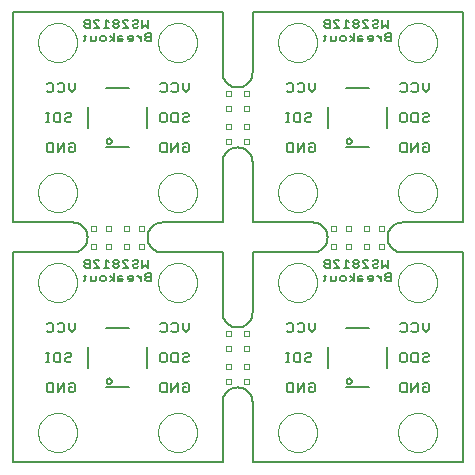
<source format=gbo>
G75*
G70*
%OFA0B0*%
%FSLAX24Y24*%
%IPPOS*%
%LPD*%
%AMOC8*
5,1,8,0,0,1.08239X$1,22.5*
%
%ADD10C,0.0080*%
%ADD11C,0.0000*%
D10*
X008338Y000501D02*
X015338Y000501D01*
X015338Y002501D01*
X015838Y003001D02*
X015882Y002999D01*
X015925Y002993D01*
X015967Y002984D01*
X016009Y002971D01*
X016049Y002954D01*
X016088Y002934D01*
X016125Y002911D01*
X016159Y002884D01*
X016192Y002855D01*
X016221Y002822D01*
X016248Y002788D01*
X016271Y002751D01*
X016291Y002712D01*
X016308Y002672D01*
X016321Y002630D01*
X016330Y002588D01*
X016336Y002545D01*
X016338Y002501D01*
X016338Y000501D01*
X023338Y000501D01*
X023338Y007501D01*
X021338Y007501D01*
X020848Y007261D02*
X020848Y006991D01*
X020758Y007081D01*
X020668Y006991D01*
X020668Y007261D01*
X020526Y007216D02*
X020481Y007261D01*
X020391Y007261D01*
X020346Y007216D01*
X020391Y007126D02*
X020346Y007081D01*
X020346Y007036D01*
X020391Y006991D01*
X020481Y006991D01*
X020526Y007036D01*
X020481Y007126D02*
X020391Y007126D01*
X020481Y007126D02*
X020526Y007171D01*
X020526Y007216D01*
X020204Y007216D02*
X020159Y007261D01*
X020069Y007261D01*
X020024Y007216D01*
X020024Y007171D01*
X020204Y006991D01*
X020024Y006991D01*
X019881Y007036D02*
X019881Y007081D01*
X019836Y007126D01*
X019746Y007126D01*
X019701Y007081D01*
X019701Y007036D01*
X019746Y006991D01*
X019836Y006991D01*
X019881Y007036D01*
X019836Y007126D02*
X019881Y007171D01*
X019881Y007216D01*
X019836Y007261D01*
X019746Y007261D01*
X019701Y007216D01*
X019701Y007171D01*
X019746Y007126D01*
X019559Y007171D02*
X019469Y007261D01*
X019469Y006991D01*
X019559Y006991D02*
X019379Y006991D01*
X019237Y006991D02*
X019057Y007171D01*
X019057Y007216D01*
X019102Y007261D01*
X019192Y007261D01*
X019237Y007216D01*
X019237Y006991D02*
X019057Y006991D01*
X018915Y006991D02*
X018780Y006991D01*
X018735Y007036D01*
X018735Y007081D01*
X018780Y007126D01*
X018915Y007126D01*
X018915Y006991D02*
X018915Y007261D01*
X018780Y007261D01*
X018735Y007216D01*
X018735Y007171D01*
X018780Y007126D01*
X018755Y006766D02*
X018755Y006586D01*
X018710Y006541D01*
X018710Y006721D02*
X018800Y006721D01*
X018942Y006721D02*
X018942Y006541D01*
X019077Y006541D01*
X019122Y006586D01*
X019122Y006721D01*
X019264Y006676D02*
X019309Y006721D01*
X019399Y006721D01*
X019444Y006676D01*
X019444Y006586D01*
X019399Y006541D01*
X019309Y006541D01*
X019264Y006586D01*
X019264Y006676D01*
X019578Y006721D02*
X019713Y006631D01*
X019578Y006541D01*
X019713Y006541D02*
X019713Y006811D01*
X019855Y006676D02*
X019855Y006541D01*
X019990Y006541D01*
X020035Y006586D01*
X019990Y006631D01*
X019855Y006631D01*
X019855Y006676D02*
X019900Y006721D01*
X019990Y006721D01*
X020177Y006676D02*
X020177Y006631D01*
X020357Y006631D01*
X020357Y006586D02*
X020357Y006676D01*
X020312Y006721D01*
X020222Y006721D01*
X020177Y006676D01*
X020222Y006541D02*
X020312Y006541D01*
X020357Y006586D01*
X020491Y006721D02*
X020536Y006721D01*
X020626Y006631D01*
X020626Y006541D02*
X020626Y006721D01*
X020768Y006721D02*
X020813Y006676D01*
X020948Y006676D01*
X020948Y006541D02*
X020813Y006541D01*
X020768Y006586D01*
X020768Y006631D01*
X020813Y006676D01*
X020768Y006721D02*
X020768Y006766D01*
X020813Y006811D01*
X020948Y006811D01*
X020948Y006541D01*
X018338Y007501D02*
X016338Y007501D01*
X016338Y005501D01*
X015838Y005001D02*
X015794Y005003D01*
X015751Y005009D01*
X015709Y005018D01*
X015667Y005031D01*
X015627Y005048D01*
X015588Y005068D01*
X015551Y005091D01*
X015517Y005118D01*
X015484Y005147D01*
X015455Y005180D01*
X015428Y005214D01*
X015405Y005251D01*
X015385Y005290D01*
X015368Y005330D01*
X015355Y005372D01*
X015346Y005414D01*
X015340Y005457D01*
X015338Y005501D01*
X015338Y007501D01*
X013338Y007501D01*
X012848Y007261D02*
X012848Y006991D01*
X012758Y007081D01*
X012668Y006991D01*
X012668Y007261D01*
X012526Y007216D02*
X012481Y007261D01*
X012391Y007261D01*
X012346Y007216D01*
X012391Y007126D02*
X012346Y007081D01*
X012346Y007036D01*
X012391Y006991D01*
X012481Y006991D01*
X012526Y007036D01*
X012481Y007126D02*
X012391Y007126D01*
X012481Y007126D02*
X012526Y007171D01*
X012526Y007216D01*
X012204Y007216D02*
X012159Y007261D01*
X012069Y007261D01*
X012024Y007216D01*
X012024Y007171D01*
X012204Y006991D01*
X012024Y006991D01*
X011881Y007036D02*
X011881Y007081D01*
X011836Y007126D01*
X011746Y007126D01*
X011701Y007081D01*
X011701Y007036D01*
X011746Y006991D01*
X011836Y006991D01*
X011881Y007036D01*
X011836Y007126D02*
X011881Y007171D01*
X011881Y007216D01*
X011836Y007261D01*
X011746Y007261D01*
X011701Y007216D01*
X011701Y007171D01*
X011746Y007126D01*
X011559Y007171D02*
X011469Y007261D01*
X011469Y006991D01*
X011559Y006991D02*
X011379Y006991D01*
X011237Y006991D02*
X011057Y007171D01*
X011057Y007216D01*
X011102Y007261D01*
X011192Y007261D01*
X011237Y007216D01*
X011237Y006991D02*
X011057Y006991D01*
X010915Y006991D02*
X010780Y006991D01*
X010735Y007036D01*
X010735Y007081D01*
X010780Y007126D01*
X010915Y007126D01*
X010915Y006991D02*
X010915Y007261D01*
X010780Y007261D01*
X010735Y007216D01*
X010735Y007171D01*
X010780Y007126D01*
X010755Y006766D02*
X010755Y006586D01*
X010710Y006541D01*
X010710Y006721D02*
X010800Y006721D01*
X010942Y006721D02*
X010942Y006541D01*
X011077Y006541D01*
X011122Y006586D01*
X011122Y006721D01*
X011264Y006676D02*
X011264Y006586D01*
X011309Y006541D01*
X011399Y006541D01*
X011444Y006586D01*
X011444Y006676D01*
X011399Y006721D01*
X011309Y006721D01*
X011264Y006676D01*
X011578Y006721D02*
X011713Y006631D01*
X011578Y006541D01*
X011713Y006541D02*
X011713Y006811D01*
X011855Y006676D02*
X011855Y006541D01*
X011990Y006541D01*
X012035Y006586D01*
X011990Y006631D01*
X011855Y006631D01*
X011855Y006676D02*
X011900Y006721D01*
X011990Y006721D01*
X012177Y006676D02*
X012177Y006631D01*
X012357Y006631D01*
X012357Y006586D02*
X012357Y006676D01*
X012312Y006721D01*
X012222Y006721D01*
X012177Y006676D01*
X012222Y006541D02*
X012312Y006541D01*
X012357Y006586D01*
X012491Y006721D02*
X012536Y006721D01*
X012626Y006631D01*
X012626Y006541D02*
X012626Y006721D01*
X012768Y006721D02*
X012768Y006766D01*
X012813Y006811D01*
X012948Y006811D01*
X012948Y006541D01*
X012813Y006541D01*
X012768Y006586D01*
X012768Y006631D01*
X012813Y006676D01*
X012948Y006676D01*
X012813Y006676D02*
X012768Y006721D01*
X010338Y007501D02*
X008338Y007501D01*
X008338Y000501D01*
X009526Y002841D02*
X009473Y002895D01*
X009473Y003108D01*
X009526Y003161D01*
X009686Y003161D01*
X009686Y002841D01*
X009526Y002841D01*
X009841Y002841D02*
X009841Y003161D01*
X010055Y003161D02*
X009841Y002841D01*
X010055Y002841D02*
X010055Y003161D01*
X010210Y003108D02*
X010263Y003161D01*
X010370Y003161D01*
X010423Y003108D01*
X010423Y002895D01*
X010370Y002841D01*
X010263Y002841D01*
X010210Y002895D01*
X010210Y003001D01*
X010316Y003001D01*
X011444Y003017D02*
X012232Y003017D01*
X011475Y003214D02*
X011477Y003232D01*
X011483Y003250D01*
X011492Y003266D01*
X011504Y003279D01*
X011519Y003290D01*
X011536Y003298D01*
X011554Y003302D01*
X011572Y003302D01*
X011590Y003298D01*
X011607Y003290D01*
X011622Y003279D01*
X011634Y003266D01*
X011643Y003250D01*
X011649Y003232D01*
X011651Y003214D01*
X011649Y003196D01*
X011643Y003178D01*
X011634Y003162D01*
X011622Y003149D01*
X011607Y003138D01*
X011590Y003130D01*
X011572Y003126D01*
X011554Y003126D01*
X011536Y003130D01*
X011519Y003138D01*
X011504Y003149D01*
X011492Y003162D01*
X011483Y003178D01*
X011477Y003196D01*
X011475Y003214D01*
X010854Y003647D02*
X010854Y004356D01*
X010300Y004108D02*
X010300Y004055D01*
X010247Y004001D01*
X010140Y004001D01*
X010087Y003948D01*
X010087Y003895D01*
X010140Y003841D01*
X010247Y003841D01*
X010300Y003895D01*
X009932Y003841D02*
X009772Y003841D01*
X009718Y003895D01*
X009718Y004108D01*
X009772Y004161D01*
X009932Y004161D01*
X009932Y003841D01*
X009564Y003841D02*
X009457Y003841D01*
X009510Y003841D02*
X009510Y004161D01*
X009457Y004161D02*
X009564Y004161D01*
X010087Y004108D02*
X010140Y004161D01*
X010247Y004161D01*
X010300Y004108D01*
X010316Y004841D02*
X010210Y004948D01*
X010210Y005161D01*
X010055Y005108D02*
X010055Y004895D01*
X010001Y004841D01*
X009895Y004841D01*
X009841Y004895D01*
X009686Y004895D02*
X009633Y004841D01*
X009526Y004841D01*
X009473Y004895D01*
X009473Y005108D02*
X009526Y005161D01*
X009633Y005161D01*
X009686Y005108D01*
X009686Y004895D01*
X009841Y005108D02*
X009895Y005161D01*
X010001Y005161D01*
X010055Y005108D01*
X010423Y005161D02*
X010423Y004948D01*
X010316Y004841D01*
X011444Y004986D02*
X012232Y004986D01*
X013268Y004895D02*
X013321Y004841D01*
X013428Y004841D01*
X013481Y004895D01*
X013481Y005108D01*
X013428Y005161D01*
X013321Y005161D01*
X013268Y005108D01*
X013636Y005108D02*
X013690Y005161D01*
X013796Y005161D01*
X013850Y005108D01*
X013850Y004895D01*
X013796Y004841D01*
X013690Y004841D01*
X013636Y004895D01*
X014005Y004948D02*
X014111Y004841D01*
X014218Y004948D01*
X014218Y005161D01*
X014005Y005161D02*
X014005Y004948D01*
X012822Y004356D02*
X012822Y003647D01*
X013268Y003895D02*
X013268Y004108D01*
X013321Y004161D01*
X013428Y004161D01*
X013481Y004108D01*
X013481Y003895D01*
X013428Y003841D01*
X013321Y003841D01*
X013268Y003895D01*
X013636Y003895D02*
X013636Y004108D01*
X013690Y004161D01*
X013850Y004161D01*
X013850Y003841D01*
X013690Y003841D01*
X013636Y003895D01*
X014005Y003895D02*
X014005Y003948D01*
X014058Y004001D01*
X014165Y004001D01*
X014218Y004055D01*
X014218Y004108D01*
X014165Y004161D01*
X014058Y004161D01*
X014005Y004108D01*
X014005Y003895D02*
X014058Y003841D01*
X014165Y003841D01*
X014218Y003895D01*
X014165Y003161D02*
X014218Y003108D01*
X014218Y002895D01*
X014165Y002841D01*
X014058Y002841D01*
X014005Y002895D01*
X014005Y003001D01*
X014111Y003001D01*
X014005Y003108D02*
X014058Y003161D01*
X014165Y003161D01*
X013850Y003161D02*
X013636Y002841D01*
X013636Y003161D01*
X013481Y003161D02*
X013321Y003161D01*
X013268Y003108D01*
X013268Y002895D01*
X013321Y002841D01*
X013481Y002841D01*
X013481Y003161D01*
X013850Y003161D02*
X013850Y002841D01*
X015338Y002501D02*
X015340Y002545D01*
X015346Y002588D01*
X015355Y002630D01*
X015368Y002672D01*
X015385Y002712D01*
X015405Y002751D01*
X015428Y002788D01*
X015455Y002822D01*
X015484Y002855D01*
X015517Y002884D01*
X015551Y002911D01*
X015588Y002934D01*
X015627Y002954D01*
X015667Y002971D01*
X015709Y002984D01*
X015751Y002993D01*
X015794Y002999D01*
X015838Y003001D01*
X017473Y002895D02*
X017473Y003108D01*
X017526Y003161D01*
X017686Y003161D01*
X017686Y002841D01*
X017526Y002841D01*
X017473Y002895D01*
X017841Y002841D02*
X017841Y003161D01*
X018055Y003161D02*
X017841Y002841D01*
X018055Y002841D02*
X018055Y003161D01*
X018210Y003108D02*
X018263Y003161D01*
X018370Y003161D01*
X018423Y003108D01*
X018423Y002895D01*
X018370Y002841D01*
X018263Y002841D01*
X018210Y002895D01*
X018210Y003001D01*
X018316Y003001D01*
X019444Y003017D02*
X020232Y003017D01*
X019475Y003214D02*
X019477Y003232D01*
X019483Y003250D01*
X019492Y003266D01*
X019504Y003279D01*
X019519Y003290D01*
X019536Y003298D01*
X019554Y003302D01*
X019572Y003302D01*
X019590Y003298D01*
X019607Y003290D01*
X019622Y003279D01*
X019634Y003266D01*
X019643Y003250D01*
X019649Y003232D01*
X019651Y003214D01*
X019649Y003196D01*
X019643Y003178D01*
X019634Y003162D01*
X019622Y003149D01*
X019607Y003138D01*
X019590Y003130D01*
X019572Y003126D01*
X019554Y003126D01*
X019536Y003130D01*
X019519Y003138D01*
X019504Y003149D01*
X019492Y003162D01*
X019483Y003178D01*
X019477Y003196D01*
X019475Y003214D01*
X018854Y003647D02*
X018854Y004356D01*
X018300Y004108D02*
X018300Y004055D01*
X018247Y004001D01*
X018140Y004001D01*
X018087Y003948D01*
X018087Y003895D01*
X018140Y003841D01*
X018247Y003841D01*
X018300Y003895D01*
X017932Y003841D02*
X017772Y003841D01*
X017718Y003895D01*
X017718Y004108D01*
X017772Y004161D01*
X017932Y004161D01*
X017932Y003841D01*
X017564Y003841D02*
X017457Y003841D01*
X017510Y003841D02*
X017510Y004161D01*
X017457Y004161D02*
X017564Y004161D01*
X018087Y004108D02*
X018140Y004161D01*
X018247Y004161D01*
X018300Y004108D01*
X018316Y004841D02*
X018210Y004948D01*
X018210Y005161D01*
X018055Y005108D02*
X018055Y004895D01*
X018001Y004841D01*
X017895Y004841D01*
X017841Y004895D01*
X017686Y004895D02*
X017633Y004841D01*
X017526Y004841D01*
X017473Y004895D01*
X017473Y005108D02*
X017526Y005161D01*
X017633Y005161D01*
X017686Y005108D01*
X017686Y004895D01*
X017841Y005108D02*
X017895Y005161D01*
X018001Y005161D01*
X018055Y005108D01*
X018423Y005161D02*
X018423Y004948D01*
X018316Y004841D01*
X019444Y004986D02*
X020232Y004986D01*
X021268Y004895D02*
X021321Y004841D01*
X021428Y004841D01*
X021481Y004895D01*
X021481Y005108D01*
X021428Y005161D01*
X021321Y005161D01*
X021268Y005108D01*
X021636Y005108D02*
X021690Y005161D01*
X021796Y005161D01*
X021850Y005108D01*
X021850Y004895D01*
X021796Y004841D01*
X021690Y004841D01*
X021636Y004895D01*
X022005Y004948D02*
X022111Y004841D01*
X022218Y004948D01*
X022218Y005161D01*
X022005Y005161D02*
X022005Y004948D01*
X020822Y004356D02*
X020822Y003647D01*
X021268Y003895D02*
X021268Y004108D01*
X021321Y004161D01*
X021428Y004161D01*
X021481Y004108D01*
X021481Y003895D01*
X021428Y003841D01*
X021321Y003841D01*
X021268Y003895D01*
X021636Y003895D02*
X021636Y004108D01*
X021690Y004161D01*
X021850Y004161D01*
X021850Y003841D01*
X021690Y003841D01*
X021636Y003895D01*
X022005Y003895D02*
X022005Y003948D01*
X022058Y004001D01*
X022165Y004001D01*
X022218Y004055D01*
X022218Y004108D01*
X022165Y004161D01*
X022058Y004161D01*
X022005Y004108D01*
X022005Y003895D02*
X022058Y003841D01*
X022165Y003841D01*
X022218Y003895D01*
X022165Y003161D02*
X022218Y003108D01*
X022218Y002895D01*
X022165Y002841D01*
X022058Y002841D01*
X022005Y002895D01*
X022005Y003001D01*
X022111Y003001D01*
X022005Y003108D02*
X022058Y003161D01*
X022165Y003161D01*
X021850Y003161D02*
X021636Y002841D01*
X021636Y003161D01*
X021481Y003161D02*
X021321Y003161D01*
X021268Y003108D01*
X021268Y002895D01*
X021321Y002841D01*
X021481Y002841D01*
X021481Y003161D01*
X021850Y003161D02*
X021850Y002841D01*
X016338Y005501D02*
X016336Y005457D01*
X016330Y005414D01*
X016321Y005372D01*
X016308Y005330D01*
X016291Y005290D01*
X016271Y005251D01*
X016248Y005214D01*
X016221Y005180D01*
X016192Y005147D01*
X016159Y005118D01*
X016125Y005091D01*
X016088Y005068D01*
X016049Y005048D01*
X016009Y005031D01*
X015967Y005018D01*
X015925Y005009D01*
X015882Y005003D01*
X015838Y005001D01*
X012838Y008001D02*
X012840Y008045D01*
X012846Y008088D01*
X012855Y008130D01*
X012868Y008172D01*
X012885Y008212D01*
X012905Y008251D01*
X012928Y008288D01*
X012955Y008322D01*
X012984Y008355D01*
X013017Y008384D01*
X013051Y008411D01*
X013088Y008434D01*
X013127Y008454D01*
X013167Y008471D01*
X013209Y008484D01*
X013251Y008493D01*
X013294Y008499D01*
X013338Y008501D01*
X015338Y008501D01*
X015338Y010501D01*
X015838Y011001D02*
X015882Y010999D01*
X015925Y010993D01*
X015967Y010984D01*
X016009Y010971D01*
X016049Y010954D01*
X016088Y010934D01*
X016125Y010911D01*
X016159Y010884D01*
X016192Y010855D01*
X016221Y010822D01*
X016248Y010788D01*
X016271Y010751D01*
X016291Y010712D01*
X016308Y010672D01*
X016321Y010630D01*
X016330Y010588D01*
X016336Y010545D01*
X016338Y010501D01*
X016338Y008501D01*
X018338Y008501D01*
X018838Y008001D02*
X018836Y007957D01*
X018830Y007914D01*
X018821Y007872D01*
X018808Y007830D01*
X018791Y007790D01*
X018771Y007751D01*
X018748Y007714D01*
X018721Y007680D01*
X018692Y007647D01*
X018659Y007618D01*
X018625Y007591D01*
X018588Y007568D01*
X018549Y007548D01*
X018509Y007531D01*
X018467Y007518D01*
X018425Y007509D01*
X018382Y007503D01*
X018338Y007501D01*
X018838Y008001D02*
X018836Y008045D01*
X018830Y008088D01*
X018821Y008130D01*
X018808Y008172D01*
X018791Y008212D01*
X018771Y008251D01*
X018748Y008288D01*
X018721Y008322D01*
X018692Y008355D01*
X018659Y008384D01*
X018625Y008411D01*
X018588Y008434D01*
X018549Y008454D01*
X018509Y008471D01*
X018467Y008484D01*
X018425Y008493D01*
X018382Y008499D01*
X018338Y008501D01*
X021338Y008501D02*
X023338Y008501D01*
X023338Y015501D01*
X016338Y015501D01*
X016338Y013501D01*
X016336Y013457D01*
X016330Y013414D01*
X016321Y013372D01*
X016308Y013330D01*
X016291Y013290D01*
X016271Y013251D01*
X016248Y013214D01*
X016221Y013180D01*
X016192Y013147D01*
X016159Y013118D01*
X016125Y013091D01*
X016088Y013068D01*
X016049Y013048D01*
X016009Y013031D01*
X015967Y013018D01*
X015925Y013009D01*
X015882Y013003D01*
X015838Y013001D01*
X015794Y013003D01*
X015751Y013009D01*
X015709Y013018D01*
X015667Y013031D01*
X015627Y013048D01*
X015588Y013068D01*
X015551Y013091D01*
X015517Y013118D01*
X015484Y013147D01*
X015455Y013180D01*
X015428Y013214D01*
X015405Y013251D01*
X015385Y013290D01*
X015368Y013330D01*
X015355Y013372D01*
X015346Y013414D01*
X015340Y013457D01*
X015338Y013501D01*
X015338Y015501D01*
X008338Y015501D01*
X008338Y008501D01*
X010338Y008501D01*
X010382Y008499D01*
X010425Y008493D01*
X010467Y008484D01*
X010509Y008471D01*
X010549Y008454D01*
X010588Y008434D01*
X010625Y008411D01*
X010659Y008384D01*
X010692Y008355D01*
X010721Y008322D01*
X010748Y008288D01*
X010771Y008251D01*
X010791Y008212D01*
X010808Y008172D01*
X010821Y008130D01*
X010830Y008088D01*
X010836Y008045D01*
X010838Y008001D01*
X010836Y007957D01*
X010830Y007914D01*
X010821Y007872D01*
X010808Y007830D01*
X010791Y007790D01*
X010771Y007751D01*
X010748Y007714D01*
X010721Y007680D01*
X010692Y007647D01*
X010659Y007618D01*
X010625Y007591D01*
X010588Y007568D01*
X010549Y007548D01*
X010509Y007531D01*
X010467Y007518D01*
X010425Y007509D01*
X010382Y007503D01*
X010338Y007501D01*
X012838Y008001D02*
X012840Y007957D01*
X012846Y007914D01*
X012855Y007872D01*
X012868Y007830D01*
X012885Y007790D01*
X012905Y007751D01*
X012928Y007714D01*
X012955Y007680D01*
X012984Y007647D01*
X013017Y007618D01*
X013051Y007591D01*
X013088Y007568D01*
X013127Y007548D01*
X013167Y007531D01*
X013209Y007518D01*
X013251Y007509D01*
X013294Y007503D01*
X013338Y007501D01*
X020838Y008001D02*
X020840Y007957D01*
X020846Y007914D01*
X020855Y007872D01*
X020868Y007830D01*
X020885Y007790D01*
X020905Y007751D01*
X020928Y007714D01*
X020955Y007680D01*
X020984Y007647D01*
X021017Y007618D01*
X021051Y007591D01*
X021088Y007568D01*
X021127Y007548D01*
X021167Y007531D01*
X021209Y007518D01*
X021251Y007509D01*
X021294Y007503D01*
X021338Y007501D01*
X020838Y008001D02*
X020840Y008045D01*
X020846Y008088D01*
X020855Y008130D01*
X020868Y008172D01*
X020885Y008212D01*
X020905Y008251D01*
X020928Y008288D01*
X020955Y008322D01*
X020984Y008355D01*
X021017Y008384D01*
X021051Y008411D01*
X021088Y008434D01*
X021127Y008454D01*
X021167Y008471D01*
X021209Y008484D01*
X021251Y008493D01*
X021294Y008499D01*
X021338Y008501D01*
X015838Y011001D02*
X015794Y010999D01*
X015751Y010993D01*
X015709Y010984D01*
X015667Y010971D01*
X015627Y010954D01*
X015588Y010934D01*
X015551Y010911D01*
X015517Y010884D01*
X015484Y010855D01*
X015455Y010822D01*
X015428Y010788D01*
X015405Y010751D01*
X015385Y010712D01*
X015368Y010672D01*
X015355Y010630D01*
X015346Y010588D01*
X015340Y010545D01*
X015338Y010501D01*
X014218Y010895D02*
X014165Y010841D01*
X014058Y010841D01*
X014005Y010895D01*
X014005Y011001D01*
X014111Y011001D01*
X014218Y010895D02*
X014218Y011108D01*
X014165Y011161D01*
X014058Y011161D01*
X014005Y011108D01*
X013850Y011161D02*
X013636Y010841D01*
X013636Y011161D01*
X013481Y011161D02*
X013321Y011161D01*
X013268Y011108D01*
X013268Y010895D01*
X013321Y010841D01*
X013481Y010841D01*
X013481Y011161D01*
X013850Y011161D02*
X013850Y010841D01*
X012232Y011017D02*
X011444Y011017D01*
X011475Y011214D02*
X011477Y011232D01*
X011483Y011250D01*
X011492Y011266D01*
X011504Y011279D01*
X011519Y011290D01*
X011536Y011298D01*
X011554Y011302D01*
X011572Y011302D01*
X011590Y011298D01*
X011607Y011290D01*
X011622Y011279D01*
X011634Y011266D01*
X011643Y011250D01*
X011649Y011232D01*
X011651Y011214D01*
X011649Y011196D01*
X011643Y011178D01*
X011634Y011162D01*
X011622Y011149D01*
X011607Y011138D01*
X011590Y011130D01*
X011572Y011126D01*
X011554Y011126D01*
X011536Y011130D01*
X011519Y011138D01*
X011504Y011149D01*
X011492Y011162D01*
X011483Y011178D01*
X011477Y011196D01*
X011475Y011214D01*
X010423Y011108D02*
X010423Y010895D01*
X010370Y010841D01*
X010263Y010841D01*
X010210Y010895D01*
X010210Y011001D01*
X010316Y011001D01*
X010210Y011108D02*
X010263Y011161D01*
X010370Y011161D01*
X010423Y011108D01*
X010055Y011161D02*
X009841Y010841D01*
X009841Y011161D01*
X009686Y011161D02*
X009526Y011161D01*
X009473Y011108D01*
X009473Y010895D01*
X009526Y010841D01*
X009686Y010841D01*
X009686Y011161D01*
X010055Y011161D02*
X010055Y010841D01*
X010854Y011647D02*
X010854Y012356D01*
X010300Y012108D02*
X010247Y012161D01*
X010140Y012161D01*
X010087Y012108D01*
X010140Y012001D02*
X010087Y011948D01*
X010087Y011895D01*
X010140Y011841D01*
X010247Y011841D01*
X010300Y011895D01*
X010247Y012001D02*
X010140Y012001D01*
X010247Y012001D02*
X010300Y012055D01*
X010300Y012108D01*
X009932Y012161D02*
X009932Y011841D01*
X009772Y011841D01*
X009718Y011895D01*
X009718Y012108D01*
X009772Y012161D01*
X009932Y012161D01*
X009564Y012161D02*
X009457Y012161D01*
X009510Y012161D02*
X009510Y011841D01*
X009457Y011841D02*
X009564Y011841D01*
X009526Y012841D02*
X009473Y012895D01*
X009526Y012841D02*
X009633Y012841D01*
X009686Y012895D01*
X009686Y013108D01*
X009633Y013161D01*
X009526Y013161D01*
X009473Y013108D01*
X009841Y013108D02*
X009895Y013161D01*
X010001Y013161D01*
X010055Y013108D01*
X010055Y012895D01*
X010001Y012841D01*
X009895Y012841D01*
X009841Y012895D01*
X010210Y012948D02*
X010210Y013161D01*
X010210Y012948D02*
X010316Y012841D01*
X010423Y012948D01*
X010423Y013161D01*
X011444Y012986D02*
X012232Y012986D01*
X013268Y012895D02*
X013321Y012841D01*
X013428Y012841D01*
X013481Y012895D01*
X013481Y013108D01*
X013428Y013161D01*
X013321Y013161D01*
X013268Y013108D01*
X013636Y013108D02*
X013690Y013161D01*
X013796Y013161D01*
X013850Y013108D01*
X013850Y012895D01*
X013796Y012841D01*
X013690Y012841D01*
X013636Y012895D01*
X014005Y012948D02*
X014005Y013161D01*
X014005Y012948D02*
X014111Y012841D01*
X014218Y012948D01*
X014218Y013161D01*
X012822Y012356D02*
X012822Y011647D01*
X013268Y011895D02*
X013268Y012108D01*
X013321Y012161D01*
X013428Y012161D01*
X013481Y012108D01*
X013481Y011895D01*
X013428Y011841D01*
X013321Y011841D01*
X013268Y011895D01*
X013636Y011895D02*
X013636Y012108D01*
X013690Y012161D01*
X013850Y012161D01*
X013850Y011841D01*
X013690Y011841D01*
X013636Y011895D01*
X014005Y011895D02*
X014058Y011841D01*
X014165Y011841D01*
X014218Y011895D01*
X014165Y012001D02*
X014058Y012001D01*
X014005Y011948D01*
X014005Y011895D01*
X014165Y012001D02*
X014218Y012055D01*
X014218Y012108D01*
X014165Y012161D01*
X014058Y012161D01*
X014005Y012108D01*
X017457Y012161D02*
X017564Y012161D01*
X017510Y012161D02*
X017510Y011841D01*
X017457Y011841D02*
X017564Y011841D01*
X017718Y011895D02*
X017718Y012108D01*
X017772Y012161D01*
X017932Y012161D01*
X017932Y011841D01*
X017772Y011841D01*
X017718Y011895D01*
X018087Y011895D02*
X018140Y011841D01*
X018247Y011841D01*
X018300Y011895D01*
X018247Y012001D02*
X018140Y012001D01*
X018087Y011948D01*
X018087Y011895D01*
X018247Y012001D02*
X018300Y012055D01*
X018300Y012108D01*
X018247Y012161D01*
X018140Y012161D01*
X018087Y012108D01*
X018854Y012356D02*
X018854Y011647D01*
X019475Y011214D02*
X019477Y011232D01*
X019483Y011250D01*
X019492Y011266D01*
X019504Y011279D01*
X019519Y011290D01*
X019536Y011298D01*
X019554Y011302D01*
X019572Y011302D01*
X019590Y011298D01*
X019607Y011290D01*
X019622Y011279D01*
X019634Y011266D01*
X019643Y011250D01*
X019649Y011232D01*
X019651Y011214D01*
X019649Y011196D01*
X019643Y011178D01*
X019634Y011162D01*
X019622Y011149D01*
X019607Y011138D01*
X019590Y011130D01*
X019572Y011126D01*
X019554Y011126D01*
X019536Y011130D01*
X019519Y011138D01*
X019504Y011149D01*
X019492Y011162D01*
X019483Y011178D01*
X019477Y011196D01*
X019475Y011214D01*
X019444Y011017D02*
X020232Y011017D01*
X021268Y011108D02*
X021268Y010895D01*
X021321Y010841D01*
X021481Y010841D01*
X021481Y011161D01*
X021321Y011161D01*
X021268Y011108D01*
X021636Y011161D02*
X021636Y010841D01*
X021850Y011161D01*
X021850Y010841D01*
X022005Y010895D02*
X022005Y011001D01*
X022111Y011001D01*
X022005Y010895D02*
X022058Y010841D01*
X022165Y010841D01*
X022218Y010895D01*
X022218Y011108D01*
X022165Y011161D01*
X022058Y011161D01*
X022005Y011108D01*
X020822Y011647D02*
X020822Y012356D01*
X021268Y012108D02*
X021321Y012161D01*
X021428Y012161D01*
X021481Y012108D01*
X021481Y011895D01*
X021428Y011841D01*
X021321Y011841D01*
X021268Y011895D01*
X021268Y012108D01*
X021636Y012108D02*
X021636Y011895D01*
X021690Y011841D01*
X021850Y011841D01*
X021850Y012161D01*
X021690Y012161D01*
X021636Y012108D01*
X022005Y012108D02*
X022058Y012161D01*
X022165Y012161D01*
X022218Y012108D01*
X022218Y012055D01*
X022165Y012001D01*
X022058Y012001D01*
X022005Y011948D01*
X022005Y011895D01*
X022058Y011841D01*
X022165Y011841D01*
X022218Y011895D01*
X022111Y012841D02*
X022005Y012948D01*
X022005Y013161D01*
X021850Y013108D02*
X021850Y012895D01*
X021796Y012841D01*
X021690Y012841D01*
X021636Y012895D01*
X021481Y012895D02*
X021428Y012841D01*
X021321Y012841D01*
X021268Y012895D01*
X021481Y012895D02*
X021481Y013108D01*
X021428Y013161D01*
X021321Y013161D01*
X021268Y013108D01*
X021636Y013108D02*
X021690Y013161D01*
X021796Y013161D01*
X021850Y013108D01*
X022218Y013161D02*
X022218Y012948D01*
X022111Y012841D01*
X020232Y012986D02*
X019444Y012986D01*
X018423Y012948D02*
X018316Y012841D01*
X018210Y012948D01*
X018210Y013161D01*
X018055Y013108D02*
X018055Y012895D01*
X018001Y012841D01*
X017895Y012841D01*
X017841Y012895D01*
X017686Y012895D02*
X017633Y012841D01*
X017526Y012841D01*
X017473Y012895D01*
X017686Y012895D02*
X017686Y013108D01*
X017633Y013161D01*
X017526Y013161D01*
X017473Y013108D01*
X017841Y013108D02*
X017895Y013161D01*
X018001Y013161D01*
X018055Y013108D01*
X018423Y013161D02*
X018423Y012948D01*
X018710Y014541D02*
X018755Y014586D01*
X018755Y014766D01*
X018800Y014721D02*
X018710Y014721D01*
X018942Y014721D02*
X018942Y014541D01*
X019077Y014541D01*
X019122Y014586D01*
X019122Y014721D01*
X019264Y014676D02*
X019309Y014721D01*
X019399Y014721D01*
X019444Y014676D01*
X019444Y014586D01*
X019399Y014541D01*
X019309Y014541D01*
X019264Y014586D01*
X019264Y014676D01*
X019578Y014721D02*
X019713Y014631D01*
X019578Y014541D01*
X019713Y014541D02*
X019713Y014811D01*
X019746Y014991D02*
X019836Y014991D01*
X019881Y015036D01*
X019881Y015081D01*
X019836Y015126D01*
X019746Y015126D01*
X019701Y015081D01*
X019701Y015036D01*
X019746Y014991D01*
X019746Y015126D02*
X019701Y015171D01*
X019701Y015216D01*
X019746Y015261D01*
X019836Y015261D01*
X019881Y015216D01*
X019881Y015171D01*
X019836Y015126D01*
X020024Y015171D02*
X020204Y014991D01*
X020024Y014991D01*
X020024Y015171D02*
X020024Y015216D01*
X020069Y015261D01*
X020159Y015261D01*
X020204Y015216D01*
X020346Y015216D02*
X020391Y015261D01*
X020481Y015261D01*
X020526Y015216D01*
X020526Y015171D01*
X020481Y015126D01*
X020391Y015126D01*
X020346Y015081D01*
X020346Y015036D01*
X020391Y014991D01*
X020481Y014991D01*
X020526Y015036D01*
X020668Y014991D02*
X020668Y015261D01*
X020848Y015261D02*
X020848Y014991D01*
X020758Y015081D01*
X020668Y014991D01*
X020813Y014811D02*
X020768Y014766D01*
X020768Y014721D01*
X020813Y014676D01*
X020948Y014676D01*
X020948Y014541D02*
X020813Y014541D01*
X020768Y014586D01*
X020768Y014631D01*
X020813Y014676D01*
X020813Y014811D02*
X020948Y014811D01*
X020948Y014541D01*
X020626Y014541D02*
X020626Y014721D01*
X020626Y014631D02*
X020536Y014721D01*
X020491Y014721D01*
X020357Y014676D02*
X020357Y014586D01*
X020312Y014541D01*
X020222Y014541D01*
X020177Y014631D02*
X020357Y014631D01*
X020357Y014676D02*
X020312Y014721D01*
X020222Y014721D01*
X020177Y014676D01*
X020177Y014631D01*
X020035Y014586D02*
X019990Y014631D01*
X019855Y014631D01*
X019855Y014676D02*
X019855Y014541D01*
X019990Y014541D01*
X020035Y014586D01*
X019990Y014721D02*
X019900Y014721D01*
X019855Y014676D01*
X019559Y014991D02*
X019379Y014991D01*
X019469Y014991D02*
X019469Y015261D01*
X019559Y015171D01*
X019237Y015216D02*
X019192Y015261D01*
X019102Y015261D01*
X019057Y015216D01*
X019057Y015171D01*
X019237Y014991D01*
X019057Y014991D01*
X018915Y014991D02*
X018780Y014991D01*
X018735Y015036D01*
X018735Y015081D01*
X018780Y015126D01*
X018915Y015126D01*
X018915Y014991D02*
X018915Y015261D01*
X018780Y015261D01*
X018735Y015216D01*
X018735Y015171D01*
X018780Y015126D01*
X012948Y014811D02*
X012948Y014541D01*
X012813Y014541D01*
X012768Y014586D01*
X012768Y014631D01*
X012813Y014676D01*
X012948Y014676D01*
X012813Y014676D02*
X012768Y014721D01*
X012768Y014766D01*
X012813Y014811D01*
X012948Y014811D01*
X012848Y014991D02*
X012758Y015081D01*
X012668Y014991D01*
X012668Y015261D01*
X012526Y015216D02*
X012481Y015261D01*
X012391Y015261D01*
X012346Y015216D01*
X012391Y015126D02*
X012346Y015081D01*
X012346Y015036D01*
X012391Y014991D01*
X012481Y014991D01*
X012526Y015036D01*
X012481Y015126D02*
X012391Y015126D01*
X012481Y015126D02*
X012526Y015171D01*
X012526Y015216D01*
X012204Y015216D02*
X012159Y015261D01*
X012069Y015261D01*
X012024Y015216D01*
X012024Y015171D01*
X012204Y014991D01*
X012024Y014991D01*
X011881Y015036D02*
X011881Y015081D01*
X011836Y015126D01*
X011746Y015126D01*
X011701Y015081D01*
X011701Y015036D01*
X011746Y014991D01*
X011836Y014991D01*
X011881Y015036D01*
X011836Y015126D02*
X011881Y015171D01*
X011881Y015216D01*
X011836Y015261D01*
X011746Y015261D01*
X011701Y015216D01*
X011701Y015171D01*
X011746Y015126D01*
X011559Y015171D02*
X011469Y015261D01*
X011469Y014991D01*
X011559Y014991D02*
X011379Y014991D01*
X011237Y014991D02*
X011057Y015171D01*
X011057Y015216D01*
X011102Y015261D01*
X011192Y015261D01*
X011237Y015216D01*
X011237Y014991D02*
X011057Y014991D01*
X010915Y014991D02*
X010780Y014991D01*
X010735Y015036D01*
X010735Y015081D01*
X010780Y015126D01*
X010915Y015126D01*
X010915Y014991D02*
X010915Y015261D01*
X010780Y015261D01*
X010735Y015216D01*
X010735Y015171D01*
X010780Y015126D01*
X011713Y014811D02*
X011713Y014541D01*
X011713Y014631D02*
X011578Y014541D01*
X011444Y014586D02*
X011399Y014541D01*
X011309Y014541D01*
X011264Y014586D01*
X011264Y014676D01*
X011309Y014721D01*
X011399Y014721D01*
X011444Y014676D01*
X011444Y014586D01*
X011578Y014721D02*
X011713Y014631D01*
X011855Y014631D02*
X011990Y014631D01*
X012035Y014586D01*
X011990Y014541D01*
X011855Y014541D01*
X011855Y014676D01*
X011900Y014721D01*
X011990Y014721D01*
X012177Y014676D02*
X012177Y014631D01*
X012357Y014631D01*
X012357Y014586D02*
X012357Y014676D01*
X012312Y014721D01*
X012222Y014721D01*
X012177Y014676D01*
X012222Y014541D02*
X012312Y014541D01*
X012357Y014586D01*
X012491Y014721D02*
X012536Y014721D01*
X012626Y014631D01*
X012626Y014541D02*
X012626Y014721D01*
X012848Y014991D02*
X012848Y015261D01*
X011122Y014721D02*
X011122Y014586D01*
X011077Y014541D01*
X010942Y014541D01*
X010942Y014721D01*
X010800Y014721D02*
X010710Y014721D01*
X010755Y014766D02*
X010755Y014586D01*
X010710Y014541D01*
X017473Y011108D02*
X017526Y011161D01*
X017686Y011161D01*
X017686Y010841D01*
X017526Y010841D01*
X017473Y010895D01*
X017473Y011108D01*
X017841Y011161D02*
X017841Y010841D01*
X018055Y011161D01*
X018055Y010841D01*
X018210Y010895D02*
X018263Y010841D01*
X018370Y010841D01*
X018423Y010895D01*
X018423Y011108D01*
X018370Y011161D01*
X018263Y011161D01*
X018210Y011108D01*
X018210Y011001D02*
X018316Y011001D01*
X018210Y011001D02*
X018210Y010895D01*
D11*
X016040Y011201D02*
X016042Y011220D01*
X016047Y011239D01*
X016057Y011255D01*
X016069Y011270D01*
X016084Y011282D01*
X016100Y011292D01*
X016119Y011297D01*
X016138Y011299D01*
X016157Y011297D01*
X016176Y011292D01*
X016192Y011282D01*
X016207Y011270D01*
X016219Y011255D01*
X016229Y011239D01*
X016234Y011220D01*
X016236Y011201D01*
X016234Y011182D01*
X016229Y011163D01*
X016219Y011147D01*
X016207Y011132D01*
X016192Y011120D01*
X016176Y011110D01*
X016157Y011105D01*
X016138Y011103D01*
X016119Y011105D01*
X016100Y011110D01*
X016084Y011120D01*
X016069Y011132D01*
X016057Y011147D01*
X016047Y011163D01*
X016042Y011182D01*
X016040Y011201D01*
X015440Y011201D02*
X015442Y011220D01*
X015447Y011239D01*
X015457Y011255D01*
X015469Y011270D01*
X015484Y011282D01*
X015500Y011292D01*
X015519Y011297D01*
X015538Y011299D01*
X015557Y011297D01*
X015576Y011292D01*
X015592Y011282D01*
X015607Y011270D01*
X015619Y011255D01*
X015629Y011239D01*
X015634Y011220D01*
X015636Y011201D01*
X015634Y011182D01*
X015629Y011163D01*
X015619Y011147D01*
X015607Y011132D01*
X015592Y011120D01*
X015576Y011110D01*
X015557Y011105D01*
X015538Y011103D01*
X015519Y011105D01*
X015500Y011110D01*
X015484Y011120D01*
X015469Y011132D01*
X015457Y011147D01*
X015447Y011163D01*
X015442Y011182D01*
X015440Y011201D01*
X015440Y011701D02*
X015442Y011720D01*
X015447Y011739D01*
X015457Y011755D01*
X015469Y011770D01*
X015484Y011782D01*
X015500Y011792D01*
X015519Y011797D01*
X015538Y011799D01*
X015557Y011797D01*
X015576Y011792D01*
X015592Y011782D01*
X015607Y011770D01*
X015619Y011755D01*
X015629Y011739D01*
X015634Y011720D01*
X015636Y011701D01*
X015634Y011682D01*
X015629Y011663D01*
X015619Y011647D01*
X015607Y011632D01*
X015592Y011620D01*
X015576Y011610D01*
X015557Y011605D01*
X015538Y011603D01*
X015519Y011605D01*
X015500Y011610D01*
X015484Y011620D01*
X015469Y011632D01*
X015457Y011647D01*
X015447Y011663D01*
X015442Y011682D01*
X015440Y011701D01*
X016040Y011701D02*
X016042Y011720D01*
X016047Y011739D01*
X016057Y011755D01*
X016069Y011770D01*
X016084Y011782D01*
X016100Y011792D01*
X016119Y011797D01*
X016138Y011799D01*
X016157Y011797D01*
X016176Y011792D01*
X016192Y011782D01*
X016207Y011770D01*
X016219Y011755D01*
X016229Y011739D01*
X016234Y011720D01*
X016236Y011701D01*
X016234Y011682D01*
X016229Y011663D01*
X016219Y011647D01*
X016207Y011632D01*
X016192Y011620D01*
X016176Y011610D01*
X016157Y011605D01*
X016138Y011603D01*
X016119Y011605D01*
X016100Y011610D01*
X016084Y011620D01*
X016069Y011632D01*
X016057Y011647D01*
X016047Y011663D01*
X016042Y011682D01*
X016040Y011701D01*
X016040Y012301D02*
X016042Y012320D01*
X016047Y012339D01*
X016057Y012355D01*
X016069Y012370D01*
X016084Y012382D01*
X016100Y012392D01*
X016119Y012397D01*
X016138Y012399D01*
X016157Y012397D01*
X016176Y012392D01*
X016192Y012382D01*
X016207Y012370D01*
X016219Y012355D01*
X016229Y012339D01*
X016234Y012320D01*
X016236Y012301D01*
X016234Y012282D01*
X016229Y012263D01*
X016219Y012247D01*
X016207Y012232D01*
X016192Y012220D01*
X016176Y012210D01*
X016157Y012205D01*
X016138Y012203D01*
X016119Y012205D01*
X016100Y012210D01*
X016084Y012220D01*
X016069Y012232D01*
X016057Y012247D01*
X016047Y012263D01*
X016042Y012282D01*
X016040Y012301D01*
X015440Y012301D02*
X015442Y012320D01*
X015447Y012339D01*
X015457Y012355D01*
X015469Y012370D01*
X015484Y012382D01*
X015500Y012392D01*
X015519Y012397D01*
X015538Y012399D01*
X015557Y012397D01*
X015576Y012392D01*
X015592Y012382D01*
X015607Y012370D01*
X015619Y012355D01*
X015629Y012339D01*
X015634Y012320D01*
X015636Y012301D01*
X015634Y012282D01*
X015629Y012263D01*
X015619Y012247D01*
X015607Y012232D01*
X015592Y012220D01*
X015576Y012210D01*
X015557Y012205D01*
X015538Y012203D01*
X015519Y012205D01*
X015500Y012210D01*
X015484Y012220D01*
X015469Y012232D01*
X015457Y012247D01*
X015447Y012263D01*
X015442Y012282D01*
X015440Y012301D01*
X015440Y012801D02*
X015442Y012820D01*
X015447Y012839D01*
X015457Y012855D01*
X015469Y012870D01*
X015484Y012882D01*
X015500Y012892D01*
X015519Y012897D01*
X015538Y012899D01*
X015557Y012897D01*
X015576Y012892D01*
X015592Y012882D01*
X015607Y012870D01*
X015619Y012855D01*
X015629Y012839D01*
X015634Y012820D01*
X015636Y012801D01*
X015634Y012782D01*
X015629Y012763D01*
X015619Y012747D01*
X015607Y012732D01*
X015592Y012720D01*
X015576Y012710D01*
X015557Y012705D01*
X015538Y012703D01*
X015519Y012705D01*
X015500Y012710D01*
X015484Y012720D01*
X015469Y012732D01*
X015457Y012747D01*
X015447Y012763D01*
X015442Y012782D01*
X015440Y012801D01*
X016040Y012801D02*
X016042Y012820D01*
X016047Y012839D01*
X016057Y012855D01*
X016069Y012870D01*
X016084Y012882D01*
X016100Y012892D01*
X016119Y012897D01*
X016138Y012899D01*
X016157Y012897D01*
X016176Y012892D01*
X016192Y012882D01*
X016207Y012870D01*
X016219Y012855D01*
X016229Y012839D01*
X016234Y012820D01*
X016236Y012801D01*
X016234Y012782D01*
X016229Y012763D01*
X016219Y012747D01*
X016207Y012732D01*
X016192Y012720D01*
X016176Y012710D01*
X016157Y012705D01*
X016138Y012703D01*
X016119Y012705D01*
X016100Y012710D01*
X016084Y012720D01*
X016069Y012732D01*
X016057Y012747D01*
X016047Y012763D01*
X016042Y012782D01*
X016040Y012801D01*
X017188Y014501D02*
X017190Y014551D01*
X017196Y014601D01*
X017206Y014651D01*
X017219Y014699D01*
X017236Y014747D01*
X017257Y014793D01*
X017281Y014837D01*
X017309Y014879D01*
X017340Y014919D01*
X017374Y014956D01*
X017411Y014991D01*
X017450Y015022D01*
X017491Y015051D01*
X017535Y015076D01*
X017581Y015098D01*
X017628Y015116D01*
X017676Y015130D01*
X017725Y015141D01*
X017775Y015148D01*
X017825Y015151D01*
X017876Y015150D01*
X017926Y015145D01*
X017976Y015136D01*
X018024Y015124D01*
X018072Y015107D01*
X018118Y015087D01*
X018163Y015064D01*
X018206Y015037D01*
X018246Y015007D01*
X018284Y014974D01*
X018319Y014938D01*
X018352Y014899D01*
X018381Y014858D01*
X018407Y014815D01*
X018430Y014770D01*
X018449Y014723D01*
X018464Y014675D01*
X018476Y014626D01*
X018484Y014576D01*
X018488Y014526D01*
X018488Y014476D01*
X018484Y014426D01*
X018476Y014376D01*
X018464Y014327D01*
X018449Y014279D01*
X018430Y014232D01*
X018407Y014187D01*
X018381Y014144D01*
X018352Y014103D01*
X018319Y014064D01*
X018284Y014028D01*
X018246Y013995D01*
X018206Y013965D01*
X018163Y013938D01*
X018118Y013915D01*
X018072Y013895D01*
X018024Y013878D01*
X017976Y013866D01*
X017926Y013857D01*
X017876Y013852D01*
X017825Y013851D01*
X017775Y013854D01*
X017725Y013861D01*
X017676Y013872D01*
X017628Y013886D01*
X017581Y013904D01*
X017535Y013926D01*
X017491Y013951D01*
X017450Y013980D01*
X017411Y014011D01*
X017374Y014046D01*
X017340Y014083D01*
X017309Y014123D01*
X017281Y014165D01*
X017257Y014209D01*
X017236Y014255D01*
X017219Y014303D01*
X017206Y014351D01*
X017196Y014401D01*
X017190Y014451D01*
X017188Y014501D01*
X013188Y014501D02*
X013190Y014551D01*
X013196Y014601D01*
X013206Y014651D01*
X013219Y014699D01*
X013236Y014747D01*
X013257Y014793D01*
X013281Y014837D01*
X013309Y014879D01*
X013340Y014919D01*
X013374Y014956D01*
X013411Y014991D01*
X013450Y015022D01*
X013491Y015051D01*
X013535Y015076D01*
X013581Y015098D01*
X013628Y015116D01*
X013676Y015130D01*
X013725Y015141D01*
X013775Y015148D01*
X013825Y015151D01*
X013876Y015150D01*
X013926Y015145D01*
X013976Y015136D01*
X014024Y015124D01*
X014072Y015107D01*
X014118Y015087D01*
X014163Y015064D01*
X014206Y015037D01*
X014246Y015007D01*
X014284Y014974D01*
X014319Y014938D01*
X014352Y014899D01*
X014381Y014858D01*
X014407Y014815D01*
X014430Y014770D01*
X014449Y014723D01*
X014464Y014675D01*
X014476Y014626D01*
X014484Y014576D01*
X014488Y014526D01*
X014488Y014476D01*
X014484Y014426D01*
X014476Y014376D01*
X014464Y014327D01*
X014449Y014279D01*
X014430Y014232D01*
X014407Y014187D01*
X014381Y014144D01*
X014352Y014103D01*
X014319Y014064D01*
X014284Y014028D01*
X014246Y013995D01*
X014206Y013965D01*
X014163Y013938D01*
X014118Y013915D01*
X014072Y013895D01*
X014024Y013878D01*
X013976Y013866D01*
X013926Y013857D01*
X013876Y013852D01*
X013825Y013851D01*
X013775Y013854D01*
X013725Y013861D01*
X013676Y013872D01*
X013628Y013886D01*
X013581Y013904D01*
X013535Y013926D01*
X013491Y013951D01*
X013450Y013980D01*
X013411Y014011D01*
X013374Y014046D01*
X013340Y014083D01*
X013309Y014123D01*
X013281Y014165D01*
X013257Y014209D01*
X013236Y014255D01*
X013219Y014303D01*
X013206Y014351D01*
X013196Y014401D01*
X013190Y014451D01*
X013188Y014501D01*
X009188Y014501D02*
X009190Y014551D01*
X009196Y014601D01*
X009206Y014651D01*
X009219Y014699D01*
X009236Y014747D01*
X009257Y014793D01*
X009281Y014837D01*
X009309Y014879D01*
X009340Y014919D01*
X009374Y014956D01*
X009411Y014991D01*
X009450Y015022D01*
X009491Y015051D01*
X009535Y015076D01*
X009581Y015098D01*
X009628Y015116D01*
X009676Y015130D01*
X009725Y015141D01*
X009775Y015148D01*
X009825Y015151D01*
X009876Y015150D01*
X009926Y015145D01*
X009976Y015136D01*
X010024Y015124D01*
X010072Y015107D01*
X010118Y015087D01*
X010163Y015064D01*
X010206Y015037D01*
X010246Y015007D01*
X010284Y014974D01*
X010319Y014938D01*
X010352Y014899D01*
X010381Y014858D01*
X010407Y014815D01*
X010430Y014770D01*
X010449Y014723D01*
X010464Y014675D01*
X010476Y014626D01*
X010484Y014576D01*
X010488Y014526D01*
X010488Y014476D01*
X010484Y014426D01*
X010476Y014376D01*
X010464Y014327D01*
X010449Y014279D01*
X010430Y014232D01*
X010407Y014187D01*
X010381Y014144D01*
X010352Y014103D01*
X010319Y014064D01*
X010284Y014028D01*
X010246Y013995D01*
X010206Y013965D01*
X010163Y013938D01*
X010118Y013915D01*
X010072Y013895D01*
X010024Y013878D01*
X009976Y013866D01*
X009926Y013857D01*
X009876Y013852D01*
X009825Y013851D01*
X009775Y013854D01*
X009725Y013861D01*
X009676Y013872D01*
X009628Y013886D01*
X009581Y013904D01*
X009535Y013926D01*
X009491Y013951D01*
X009450Y013980D01*
X009411Y014011D01*
X009374Y014046D01*
X009340Y014083D01*
X009309Y014123D01*
X009281Y014165D01*
X009257Y014209D01*
X009236Y014255D01*
X009219Y014303D01*
X009206Y014351D01*
X009196Y014401D01*
X009190Y014451D01*
X009188Y014501D01*
X021188Y014501D02*
X021190Y014551D01*
X021196Y014601D01*
X021206Y014651D01*
X021219Y014699D01*
X021236Y014747D01*
X021257Y014793D01*
X021281Y014837D01*
X021309Y014879D01*
X021340Y014919D01*
X021374Y014956D01*
X021411Y014991D01*
X021450Y015022D01*
X021491Y015051D01*
X021535Y015076D01*
X021581Y015098D01*
X021628Y015116D01*
X021676Y015130D01*
X021725Y015141D01*
X021775Y015148D01*
X021825Y015151D01*
X021876Y015150D01*
X021926Y015145D01*
X021976Y015136D01*
X022024Y015124D01*
X022072Y015107D01*
X022118Y015087D01*
X022163Y015064D01*
X022206Y015037D01*
X022246Y015007D01*
X022284Y014974D01*
X022319Y014938D01*
X022352Y014899D01*
X022381Y014858D01*
X022407Y014815D01*
X022430Y014770D01*
X022449Y014723D01*
X022464Y014675D01*
X022476Y014626D01*
X022484Y014576D01*
X022488Y014526D01*
X022488Y014476D01*
X022484Y014426D01*
X022476Y014376D01*
X022464Y014327D01*
X022449Y014279D01*
X022430Y014232D01*
X022407Y014187D01*
X022381Y014144D01*
X022352Y014103D01*
X022319Y014064D01*
X022284Y014028D01*
X022246Y013995D01*
X022206Y013965D01*
X022163Y013938D01*
X022118Y013915D01*
X022072Y013895D01*
X022024Y013878D01*
X021976Y013866D01*
X021926Y013857D01*
X021876Y013852D01*
X021825Y013851D01*
X021775Y013854D01*
X021725Y013861D01*
X021676Y013872D01*
X021628Y013886D01*
X021581Y013904D01*
X021535Y013926D01*
X021491Y013951D01*
X021450Y013980D01*
X021411Y014011D01*
X021374Y014046D01*
X021340Y014083D01*
X021309Y014123D01*
X021281Y014165D01*
X021257Y014209D01*
X021236Y014255D01*
X021219Y014303D01*
X021206Y014351D01*
X021196Y014401D01*
X021190Y014451D01*
X021188Y014501D01*
X021188Y009501D02*
X021190Y009551D01*
X021196Y009601D01*
X021206Y009651D01*
X021219Y009699D01*
X021236Y009747D01*
X021257Y009793D01*
X021281Y009837D01*
X021309Y009879D01*
X021340Y009919D01*
X021374Y009956D01*
X021411Y009991D01*
X021450Y010022D01*
X021491Y010051D01*
X021535Y010076D01*
X021581Y010098D01*
X021628Y010116D01*
X021676Y010130D01*
X021725Y010141D01*
X021775Y010148D01*
X021825Y010151D01*
X021876Y010150D01*
X021926Y010145D01*
X021976Y010136D01*
X022024Y010124D01*
X022072Y010107D01*
X022118Y010087D01*
X022163Y010064D01*
X022206Y010037D01*
X022246Y010007D01*
X022284Y009974D01*
X022319Y009938D01*
X022352Y009899D01*
X022381Y009858D01*
X022407Y009815D01*
X022430Y009770D01*
X022449Y009723D01*
X022464Y009675D01*
X022476Y009626D01*
X022484Y009576D01*
X022488Y009526D01*
X022488Y009476D01*
X022484Y009426D01*
X022476Y009376D01*
X022464Y009327D01*
X022449Y009279D01*
X022430Y009232D01*
X022407Y009187D01*
X022381Y009144D01*
X022352Y009103D01*
X022319Y009064D01*
X022284Y009028D01*
X022246Y008995D01*
X022206Y008965D01*
X022163Y008938D01*
X022118Y008915D01*
X022072Y008895D01*
X022024Y008878D01*
X021976Y008866D01*
X021926Y008857D01*
X021876Y008852D01*
X021825Y008851D01*
X021775Y008854D01*
X021725Y008861D01*
X021676Y008872D01*
X021628Y008886D01*
X021581Y008904D01*
X021535Y008926D01*
X021491Y008951D01*
X021450Y008980D01*
X021411Y009011D01*
X021374Y009046D01*
X021340Y009083D01*
X021309Y009123D01*
X021281Y009165D01*
X021257Y009209D01*
X021236Y009255D01*
X021219Y009303D01*
X021206Y009351D01*
X021196Y009401D01*
X021190Y009451D01*
X021188Y009501D01*
X017188Y009501D02*
X017190Y009551D01*
X017196Y009601D01*
X017206Y009651D01*
X017219Y009699D01*
X017236Y009747D01*
X017257Y009793D01*
X017281Y009837D01*
X017309Y009879D01*
X017340Y009919D01*
X017374Y009956D01*
X017411Y009991D01*
X017450Y010022D01*
X017491Y010051D01*
X017535Y010076D01*
X017581Y010098D01*
X017628Y010116D01*
X017676Y010130D01*
X017725Y010141D01*
X017775Y010148D01*
X017825Y010151D01*
X017876Y010150D01*
X017926Y010145D01*
X017976Y010136D01*
X018024Y010124D01*
X018072Y010107D01*
X018118Y010087D01*
X018163Y010064D01*
X018206Y010037D01*
X018246Y010007D01*
X018284Y009974D01*
X018319Y009938D01*
X018352Y009899D01*
X018381Y009858D01*
X018407Y009815D01*
X018430Y009770D01*
X018449Y009723D01*
X018464Y009675D01*
X018476Y009626D01*
X018484Y009576D01*
X018488Y009526D01*
X018488Y009476D01*
X018484Y009426D01*
X018476Y009376D01*
X018464Y009327D01*
X018449Y009279D01*
X018430Y009232D01*
X018407Y009187D01*
X018381Y009144D01*
X018352Y009103D01*
X018319Y009064D01*
X018284Y009028D01*
X018246Y008995D01*
X018206Y008965D01*
X018163Y008938D01*
X018118Y008915D01*
X018072Y008895D01*
X018024Y008878D01*
X017976Y008866D01*
X017926Y008857D01*
X017876Y008852D01*
X017825Y008851D01*
X017775Y008854D01*
X017725Y008861D01*
X017676Y008872D01*
X017628Y008886D01*
X017581Y008904D01*
X017535Y008926D01*
X017491Y008951D01*
X017450Y008980D01*
X017411Y009011D01*
X017374Y009046D01*
X017340Y009083D01*
X017309Y009123D01*
X017281Y009165D01*
X017257Y009209D01*
X017236Y009255D01*
X017219Y009303D01*
X017206Y009351D01*
X017196Y009401D01*
X017190Y009451D01*
X017188Y009501D01*
X013188Y009501D02*
X013190Y009551D01*
X013196Y009601D01*
X013206Y009651D01*
X013219Y009699D01*
X013236Y009747D01*
X013257Y009793D01*
X013281Y009837D01*
X013309Y009879D01*
X013340Y009919D01*
X013374Y009956D01*
X013411Y009991D01*
X013450Y010022D01*
X013491Y010051D01*
X013535Y010076D01*
X013581Y010098D01*
X013628Y010116D01*
X013676Y010130D01*
X013725Y010141D01*
X013775Y010148D01*
X013825Y010151D01*
X013876Y010150D01*
X013926Y010145D01*
X013976Y010136D01*
X014024Y010124D01*
X014072Y010107D01*
X014118Y010087D01*
X014163Y010064D01*
X014206Y010037D01*
X014246Y010007D01*
X014284Y009974D01*
X014319Y009938D01*
X014352Y009899D01*
X014381Y009858D01*
X014407Y009815D01*
X014430Y009770D01*
X014449Y009723D01*
X014464Y009675D01*
X014476Y009626D01*
X014484Y009576D01*
X014488Y009526D01*
X014488Y009476D01*
X014484Y009426D01*
X014476Y009376D01*
X014464Y009327D01*
X014449Y009279D01*
X014430Y009232D01*
X014407Y009187D01*
X014381Y009144D01*
X014352Y009103D01*
X014319Y009064D01*
X014284Y009028D01*
X014246Y008995D01*
X014206Y008965D01*
X014163Y008938D01*
X014118Y008915D01*
X014072Y008895D01*
X014024Y008878D01*
X013976Y008866D01*
X013926Y008857D01*
X013876Y008852D01*
X013825Y008851D01*
X013775Y008854D01*
X013725Y008861D01*
X013676Y008872D01*
X013628Y008886D01*
X013581Y008904D01*
X013535Y008926D01*
X013491Y008951D01*
X013450Y008980D01*
X013411Y009011D01*
X013374Y009046D01*
X013340Y009083D01*
X013309Y009123D01*
X013281Y009165D01*
X013257Y009209D01*
X013236Y009255D01*
X013219Y009303D01*
X013206Y009351D01*
X013196Y009401D01*
X013190Y009451D01*
X013188Y009501D01*
X009188Y009501D02*
X009190Y009551D01*
X009196Y009601D01*
X009206Y009651D01*
X009219Y009699D01*
X009236Y009747D01*
X009257Y009793D01*
X009281Y009837D01*
X009309Y009879D01*
X009340Y009919D01*
X009374Y009956D01*
X009411Y009991D01*
X009450Y010022D01*
X009491Y010051D01*
X009535Y010076D01*
X009581Y010098D01*
X009628Y010116D01*
X009676Y010130D01*
X009725Y010141D01*
X009775Y010148D01*
X009825Y010151D01*
X009876Y010150D01*
X009926Y010145D01*
X009976Y010136D01*
X010024Y010124D01*
X010072Y010107D01*
X010118Y010087D01*
X010163Y010064D01*
X010206Y010037D01*
X010246Y010007D01*
X010284Y009974D01*
X010319Y009938D01*
X010352Y009899D01*
X010381Y009858D01*
X010407Y009815D01*
X010430Y009770D01*
X010449Y009723D01*
X010464Y009675D01*
X010476Y009626D01*
X010484Y009576D01*
X010488Y009526D01*
X010488Y009476D01*
X010484Y009426D01*
X010476Y009376D01*
X010464Y009327D01*
X010449Y009279D01*
X010430Y009232D01*
X010407Y009187D01*
X010381Y009144D01*
X010352Y009103D01*
X010319Y009064D01*
X010284Y009028D01*
X010246Y008995D01*
X010206Y008965D01*
X010163Y008938D01*
X010118Y008915D01*
X010072Y008895D01*
X010024Y008878D01*
X009976Y008866D01*
X009926Y008857D01*
X009876Y008852D01*
X009825Y008851D01*
X009775Y008854D01*
X009725Y008861D01*
X009676Y008872D01*
X009628Y008886D01*
X009581Y008904D01*
X009535Y008926D01*
X009491Y008951D01*
X009450Y008980D01*
X009411Y009011D01*
X009374Y009046D01*
X009340Y009083D01*
X009309Y009123D01*
X009281Y009165D01*
X009257Y009209D01*
X009236Y009255D01*
X009219Y009303D01*
X009206Y009351D01*
X009196Y009401D01*
X009190Y009451D01*
X009188Y009501D01*
X010940Y008301D02*
X010942Y008320D01*
X010947Y008339D01*
X010957Y008355D01*
X010969Y008370D01*
X010984Y008382D01*
X011000Y008392D01*
X011019Y008397D01*
X011038Y008399D01*
X011057Y008397D01*
X011076Y008392D01*
X011092Y008382D01*
X011107Y008370D01*
X011119Y008355D01*
X011129Y008339D01*
X011134Y008320D01*
X011136Y008301D01*
X011134Y008282D01*
X011129Y008263D01*
X011119Y008247D01*
X011107Y008232D01*
X011092Y008220D01*
X011076Y008210D01*
X011057Y008205D01*
X011038Y008203D01*
X011019Y008205D01*
X011000Y008210D01*
X010984Y008220D01*
X010969Y008232D01*
X010957Y008247D01*
X010947Y008263D01*
X010942Y008282D01*
X010940Y008301D01*
X011440Y008301D02*
X011442Y008320D01*
X011447Y008339D01*
X011457Y008355D01*
X011469Y008370D01*
X011484Y008382D01*
X011500Y008392D01*
X011519Y008397D01*
X011538Y008399D01*
X011557Y008397D01*
X011576Y008392D01*
X011592Y008382D01*
X011607Y008370D01*
X011619Y008355D01*
X011629Y008339D01*
X011634Y008320D01*
X011636Y008301D01*
X011634Y008282D01*
X011629Y008263D01*
X011619Y008247D01*
X011607Y008232D01*
X011592Y008220D01*
X011576Y008210D01*
X011557Y008205D01*
X011538Y008203D01*
X011519Y008205D01*
X011500Y008210D01*
X011484Y008220D01*
X011469Y008232D01*
X011457Y008247D01*
X011447Y008263D01*
X011442Y008282D01*
X011440Y008301D01*
X012040Y008301D02*
X012042Y008320D01*
X012047Y008339D01*
X012057Y008355D01*
X012069Y008370D01*
X012084Y008382D01*
X012100Y008392D01*
X012119Y008397D01*
X012138Y008399D01*
X012157Y008397D01*
X012176Y008392D01*
X012192Y008382D01*
X012207Y008370D01*
X012219Y008355D01*
X012229Y008339D01*
X012234Y008320D01*
X012236Y008301D01*
X012234Y008282D01*
X012229Y008263D01*
X012219Y008247D01*
X012207Y008232D01*
X012192Y008220D01*
X012176Y008210D01*
X012157Y008205D01*
X012138Y008203D01*
X012119Y008205D01*
X012100Y008210D01*
X012084Y008220D01*
X012069Y008232D01*
X012057Y008247D01*
X012047Y008263D01*
X012042Y008282D01*
X012040Y008301D01*
X012540Y008301D02*
X012542Y008320D01*
X012547Y008339D01*
X012557Y008355D01*
X012569Y008370D01*
X012584Y008382D01*
X012600Y008392D01*
X012619Y008397D01*
X012638Y008399D01*
X012657Y008397D01*
X012676Y008392D01*
X012692Y008382D01*
X012707Y008370D01*
X012719Y008355D01*
X012729Y008339D01*
X012734Y008320D01*
X012736Y008301D01*
X012734Y008282D01*
X012729Y008263D01*
X012719Y008247D01*
X012707Y008232D01*
X012692Y008220D01*
X012676Y008210D01*
X012657Y008205D01*
X012638Y008203D01*
X012619Y008205D01*
X012600Y008210D01*
X012584Y008220D01*
X012569Y008232D01*
X012557Y008247D01*
X012547Y008263D01*
X012542Y008282D01*
X012540Y008301D01*
X012540Y007701D02*
X012542Y007720D01*
X012547Y007739D01*
X012557Y007755D01*
X012569Y007770D01*
X012584Y007782D01*
X012600Y007792D01*
X012619Y007797D01*
X012638Y007799D01*
X012657Y007797D01*
X012676Y007792D01*
X012692Y007782D01*
X012707Y007770D01*
X012719Y007755D01*
X012729Y007739D01*
X012734Y007720D01*
X012736Y007701D01*
X012734Y007682D01*
X012729Y007663D01*
X012719Y007647D01*
X012707Y007632D01*
X012692Y007620D01*
X012676Y007610D01*
X012657Y007605D01*
X012638Y007603D01*
X012619Y007605D01*
X012600Y007610D01*
X012584Y007620D01*
X012569Y007632D01*
X012557Y007647D01*
X012547Y007663D01*
X012542Y007682D01*
X012540Y007701D01*
X012040Y007701D02*
X012042Y007720D01*
X012047Y007739D01*
X012057Y007755D01*
X012069Y007770D01*
X012084Y007782D01*
X012100Y007792D01*
X012119Y007797D01*
X012138Y007799D01*
X012157Y007797D01*
X012176Y007792D01*
X012192Y007782D01*
X012207Y007770D01*
X012219Y007755D01*
X012229Y007739D01*
X012234Y007720D01*
X012236Y007701D01*
X012234Y007682D01*
X012229Y007663D01*
X012219Y007647D01*
X012207Y007632D01*
X012192Y007620D01*
X012176Y007610D01*
X012157Y007605D01*
X012138Y007603D01*
X012119Y007605D01*
X012100Y007610D01*
X012084Y007620D01*
X012069Y007632D01*
X012057Y007647D01*
X012047Y007663D01*
X012042Y007682D01*
X012040Y007701D01*
X011440Y007701D02*
X011442Y007720D01*
X011447Y007739D01*
X011457Y007755D01*
X011469Y007770D01*
X011484Y007782D01*
X011500Y007792D01*
X011519Y007797D01*
X011538Y007799D01*
X011557Y007797D01*
X011576Y007792D01*
X011592Y007782D01*
X011607Y007770D01*
X011619Y007755D01*
X011629Y007739D01*
X011634Y007720D01*
X011636Y007701D01*
X011634Y007682D01*
X011629Y007663D01*
X011619Y007647D01*
X011607Y007632D01*
X011592Y007620D01*
X011576Y007610D01*
X011557Y007605D01*
X011538Y007603D01*
X011519Y007605D01*
X011500Y007610D01*
X011484Y007620D01*
X011469Y007632D01*
X011457Y007647D01*
X011447Y007663D01*
X011442Y007682D01*
X011440Y007701D01*
X010940Y007701D02*
X010942Y007720D01*
X010947Y007739D01*
X010957Y007755D01*
X010969Y007770D01*
X010984Y007782D01*
X011000Y007792D01*
X011019Y007797D01*
X011038Y007799D01*
X011057Y007797D01*
X011076Y007792D01*
X011092Y007782D01*
X011107Y007770D01*
X011119Y007755D01*
X011129Y007739D01*
X011134Y007720D01*
X011136Y007701D01*
X011134Y007682D01*
X011129Y007663D01*
X011119Y007647D01*
X011107Y007632D01*
X011092Y007620D01*
X011076Y007610D01*
X011057Y007605D01*
X011038Y007603D01*
X011019Y007605D01*
X011000Y007610D01*
X010984Y007620D01*
X010969Y007632D01*
X010957Y007647D01*
X010947Y007663D01*
X010942Y007682D01*
X010940Y007701D01*
X009188Y006501D02*
X009190Y006551D01*
X009196Y006601D01*
X009206Y006651D01*
X009219Y006699D01*
X009236Y006747D01*
X009257Y006793D01*
X009281Y006837D01*
X009309Y006879D01*
X009340Y006919D01*
X009374Y006956D01*
X009411Y006991D01*
X009450Y007022D01*
X009491Y007051D01*
X009535Y007076D01*
X009581Y007098D01*
X009628Y007116D01*
X009676Y007130D01*
X009725Y007141D01*
X009775Y007148D01*
X009825Y007151D01*
X009876Y007150D01*
X009926Y007145D01*
X009976Y007136D01*
X010024Y007124D01*
X010072Y007107D01*
X010118Y007087D01*
X010163Y007064D01*
X010206Y007037D01*
X010246Y007007D01*
X010284Y006974D01*
X010319Y006938D01*
X010352Y006899D01*
X010381Y006858D01*
X010407Y006815D01*
X010430Y006770D01*
X010449Y006723D01*
X010464Y006675D01*
X010476Y006626D01*
X010484Y006576D01*
X010488Y006526D01*
X010488Y006476D01*
X010484Y006426D01*
X010476Y006376D01*
X010464Y006327D01*
X010449Y006279D01*
X010430Y006232D01*
X010407Y006187D01*
X010381Y006144D01*
X010352Y006103D01*
X010319Y006064D01*
X010284Y006028D01*
X010246Y005995D01*
X010206Y005965D01*
X010163Y005938D01*
X010118Y005915D01*
X010072Y005895D01*
X010024Y005878D01*
X009976Y005866D01*
X009926Y005857D01*
X009876Y005852D01*
X009825Y005851D01*
X009775Y005854D01*
X009725Y005861D01*
X009676Y005872D01*
X009628Y005886D01*
X009581Y005904D01*
X009535Y005926D01*
X009491Y005951D01*
X009450Y005980D01*
X009411Y006011D01*
X009374Y006046D01*
X009340Y006083D01*
X009309Y006123D01*
X009281Y006165D01*
X009257Y006209D01*
X009236Y006255D01*
X009219Y006303D01*
X009206Y006351D01*
X009196Y006401D01*
X009190Y006451D01*
X009188Y006501D01*
X013188Y006501D02*
X013190Y006551D01*
X013196Y006601D01*
X013206Y006651D01*
X013219Y006699D01*
X013236Y006747D01*
X013257Y006793D01*
X013281Y006837D01*
X013309Y006879D01*
X013340Y006919D01*
X013374Y006956D01*
X013411Y006991D01*
X013450Y007022D01*
X013491Y007051D01*
X013535Y007076D01*
X013581Y007098D01*
X013628Y007116D01*
X013676Y007130D01*
X013725Y007141D01*
X013775Y007148D01*
X013825Y007151D01*
X013876Y007150D01*
X013926Y007145D01*
X013976Y007136D01*
X014024Y007124D01*
X014072Y007107D01*
X014118Y007087D01*
X014163Y007064D01*
X014206Y007037D01*
X014246Y007007D01*
X014284Y006974D01*
X014319Y006938D01*
X014352Y006899D01*
X014381Y006858D01*
X014407Y006815D01*
X014430Y006770D01*
X014449Y006723D01*
X014464Y006675D01*
X014476Y006626D01*
X014484Y006576D01*
X014488Y006526D01*
X014488Y006476D01*
X014484Y006426D01*
X014476Y006376D01*
X014464Y006327D01*
X014449Y006279D01*
X014430Y006232D01*
X014407Y006187D01*
X014381Y006144D01*
X014352Y006103D01*
X014319Y006064D01*
X014284Y006028D01*
X014246Y005995D01*
X014206Y005965D01*
X014163Y005938D01*
X014118Y005915D01*
X014072Y005895D01*
X014024Y005878D01*
X013976Y005866D01*
X013926Y005857D01*
X013876Y005852D01*
X013825Y005851D01*
X013775Y005854D01*
X013725Y005861D01*
X013676Y005872D01*
X013628Y005886D01*
X013581Y005904D01*
X013535Y005926D01*
X013491Y005951D01*
X013450Y005980D01*
X013411Y006011D01*
X013374Y006046D01*
X013340Y006083D01*
X013309Y006123D01*
X013281Y006165D01*
X013257Y006209D01*
X013236Y006255D01*
X013219Y006303D01*
X013206Y006351D01*
X013196Y006401D01*
X013190Y006451D01*
X013188Y006501D01*
X017188Y006501D02*
X017190Y006551D01*
X017196Y006601D01*
X017206Y006651D01*
X017219Y006699D01*
X017236Y006747D01*
X017257Y006793D01*
X017281Y006837D01*
X017309Y006879D01*
X017340Y006919D01*
X017374Y006956D01*
X017411Y006991D01*
X017450Y007022D01*
X017491Y007051D01*
X017535Y007076D01*
X017581Y007098D01*
X017628Y007116D01*
X017676Y007130D01*
X017725Y007141D01*
X017775Y007148D01*
X017825Y007151D01*
X017876Y007150D01*
X017926Y007145D01*
X017976Y007136D01*
X018024Y007124D01*
X018072Y007107D01*
X018118Y007087D01*
X018163Y007064D01*
X018206Y007037D01*
X018246Y007007D01*
X018284Y006974D01*
X018319Y006938D01*
X018352Y006899D01*
X018381Y006858D01*
X018407Y006815D01*
X018430Y006770D01*
X018449Y006723D01*
X018464Y006675D01*
X018476Y006626D01*
X018484Y006576D01*
X018488Y006526D01*
X018488Y006476D01*
X018484Y006426D01*
X018476Y006376D01*
X018464Y006327D01*
X018449Y006279D01*
X018430Y006232D01*
X018407Y006187D01*
X018381Y006144D01*
X018352Y006103D01*
X018319Y006064D01*
X018284Y006028D01*
X018246Y005995D01*
X018206Y005965D01*
X018163Y005938D01*
X018118Y005915D01*
X018072Y005895D01*
X018024Y005878D01*
X017976Y005866D01*
X017926Y005857D01*
X017876Y005852D01*
X017825Y005851D01*
X017775Y005854D01*
X017725Y005861D01*
X017676Y005872D01*
X017628Y005886D01*
X017581Y005904D01*
X017535Y005926D01*
X017491Y005951D01*
X017450Y005980D01*
X017411Y006011D01*
X017374Y006046D01*
X017340Y006083D01*
X017309Y006123D01*
X017281Y006165D01*
X017257Y006209D01*
X017236Y006255D01*
X017219Y006303D01*
X017206Y006351D01*
X017196Y006401D01*
X017190Y006451D01*
X017188Y006501D01*
X018940Y007701D02*
X018942Y007720D01*
X018947Y007739D01*
X018957Y007755D01*
X018969Y007770D01*
X018984Y007782D01*
X019000Y007792D01*
X019019Y007797D01*
X019038Y007799D01*
X019057Y007797D01*
X019076Y007792D01*
X019092Y007782D01*
X019107Y007770D01*
X019119Y007755D01*
X019129Y007739D01*
X019134Y007720D01*
X019136Y007701D01*
X019134Y007682D01*
X019129Y007663D01*
X019119Y007647D01*
X019107Y007632D01*
X019092Y007620D01*
X019076Y007610D01*
X019057Y007605D01*
X019038Y007603D01*
X019019Y007605D01*
X019000Y007610D01*
X018984Y007620D01*
X018969Y007632D01*
X018957Y007647D01*
X018947Y007663D01*
X018942Y007682D01*
X018940Y007701D01*
X019440Y007701D02*
X019442Y007720D01*
X019447Y007739D01*
X019457Y007755D01*
X019469Y007770D01*
X019484Y007782D01*
X019500Y007792D01*
X019519Y007797D01*
X019538Y007799D01*
X019557Y007797D01*
X019576Y007792D01*
X019592Y007782D01*
X019607Y007770D01*
X019619Y007755D01*
X019629Y007739D01*
X019634Y007720D01*
X019636Y007701D01*
X019634Y007682D01*
X019629Y007663D01*
X019619Y007647D01*
X019607Y007632D01*
X019592Y007620D01*
X019576Y007610D01*
X019557Y007605D01*
X019538Y007603D01*
X019519Y007605D01*
X019500Y007610D01*
X019484Y007620D01*
X019469Y007632D01*
X019457Y007647D01*
X019447Y007663D01*
X019442Y007682D01*
X019440Y007701D01*
X020040Y007701D02*
X020042Y007720D01*
X020047Y007739D01*
X020057Y007755D01*
X020069Y007770D01*
X020084Y007782D01*
X020100Y007792D01*
X020119Y007797D01*
X020138Y007799D01*
X020157Y007797D01*
X020176Y007792D01*
X020192Y007782D01*
X020207Y007770D01*
X020219Y007755D01*
X020229Y007739D01*
X020234Y007720D01*
X020236Y007701D01*
X020234Y007682D01*
X020229Y007663D01*
X020219Y007647D01*
X020207Y007632D01*
X020192Y007620D01*
X020176Y007610D01*
X020157Y007605D01*
X020138Y007603D01*
X020119Y007605D01*
X020100Y007610D01*
X020084Y007620D01*
X020069Y007632D01*
X020057Y007647D01*
X020047Y007663D01*
X020042Y007682D01*
X020040Y007701D01*
X020540Y007701D02*
X020542Y007720D01*
X020547Y007739D01*
X020557Y007755D01*
X020569Y007770D01*
X020584Y007782D01*
X020600Y007792D01*
X020619Y007797D01*
X020638Y007799D01*
X020657Y007797D01*
X020676Y007792D01*
X020692Y007782D01*
X020707Y007770D01*
X020719Y007755D01*
X020729Y007739D01*
X020734Y007720D01*
X020736Y007701D01*
X020734Y007682D01*
X020729Y007663D01*
X020719Y007647D01*
X020707Y007632D01*
X020692Y007620D01*
X020676Y007610D01*
X020657Y007605D01*
X020638Y007603D01*
X020619Y007605D01*
X020600Y007610D01*
X020584Y007620D01*
X020569Y007632D01*
X020557Y007647D01*
X020547Y007663D01*
X020542Y007682D01*
X020540Y007701D01*
X020540Y008301D02*
X020542Y008320D01*
X020547Y008339D01*
X020557Y008355D01*
X020569Y008370D01*
X020584Y008382D01*
X020600Y008392D01*
X020619Y008397D01*
X020638Y008399D01*
X020657Y008397D01*
X020676Y008392D01*
X020692Y008382D01*
X020707Y008370D01*
X020719Y008355D01*
X020729Y008339D01*
X020734Y008320D01*
X020736Y008301D01*
X020734Y008282D01*
X020729Y008263D01*
X020719Y008247D01*
X020707Y008232D01*
X020692Y008220D01*
X020676Y008210D01*
X020657Y008205D01*
X020638Y008203D01*
X020619Y008205D01*
X020600Y008210D01*
X020584Y008220D01*
X020569Y008232D01*
X020557Y008247D01*
X020547Y008263D01*
X020542Y008282D01*
X020540Y008301D01*
X020040Y008301D02*
X020042Y008320D01*
X020047Y008339D01*
X020057Y008355D01*
X020069Y008370D01*
X020084Y008382D01*
X020100Y008392D01*
X020119Y008397D01*
X020138Y008399D01*
X020157Y008397D01*
X020176Y008392D01*
X020192Y008382D01*
X020207Y008370D01*
X020219Y008355D01*
X020229Y008339D01*
X020234Y008320D01*
X020236Y008301D01*
X020234Y008282D01*
X020229Y008263D01*
X020219Y008247D01*
X020207Y008232D01*
X020192Y008220D01*
X020176Y008210D01*
X020157Y008205D01*
X020138Y008203D01*
X020119Y008205D01*
X020100Y008210D01*
X020084Y008220D01*
X020069Y008232D01*
X020057Y008247D01*
X020047Y008263D01*
X020042Y008282D01*
X020040Y008301D01*
X019440Y008301D02*
X019442Y008320D01*
X019447Y008339D01*
X019457Y008355D01*
X019469Y008370D01*
X019484Y008382D01*
X019500Y008392D01*
X019519Y008397D01*
X019538Y008399D01*
X019557Y008397D01*
X019576Y008392D01*
X019592Y008382D01*
X019607Y008370D01*
X019619Y008355D01*
X019629Y008339D01*
X019634Y008320D01*
X019636Y008301D01*
X019634Y008282D01*
X019629Y008263D01*
X019619Y008247D01*
X019607Y008232D01*
X019592Y008220D01*
X019576Y008210D01*
X019557Y008205D01*
X019538Y008203D01*
X019519Y008205D01*
X019500Y008210D01*
X019484Y008220D01*
X019469Y008232D01*
X019457Y008247D01*
X019447Y008263D01*
X019442Y008282D01*
X019440Y008301D01*
X018940Y008301D02*
X018942Y008320D01*
X018947Y008339D01*
X018957Y008355D01*
X018969Y008370D01*
X018984Y008382D01*
X019000Y008392D01*
X019019Y008397D01*
X019038Y008399D01*
X019057Y008397D01*
X019076Y008392D01*
X019092Y008382D01*
X019107Y008370D01*
X019119Y008355D01*
X019129Y008339D01*
X019134Y008320D01*
X019136Y008301D01*
X019134Y008282D01*
X019129Y008263D01*
X019119Y008247D01*
X019107Y008232D01*
X019092Y008220D01*
X019076Y008210D01*
X019057Y008205D01*
X019038Y008203D01*
X019019Y008205D01*
X019000Y008210D01*
X018984Y008220D01*
X018969Y008232D01*
X018957Y008247D01*
X018947Y008263D01*
X018942Y008282D01*
X018940Y008301D01*
X021188Y006501D02*
X021190Y006551D01*
X021196Y006601D01*
X021206Y006651D01*
X021219Y006699D01*
X021236Y006747D01*
X021257Y006793D01*
X021281Y006837D01*
X021309Y006879D01*
X021340Y006919D01*
X021374Y006956D01*
X021411Y006991D01*
X021450Y007022D01*
X021491Y007051D01*
X021535Y007076D01*
X021581Y007098D01*
X021628Y007116D01*
X021676Y007130D01*
X021725Y007141D01*
X021775Y007148D01*
X021825Y007151D01*
X021876Y007150D01*
X021926Y007145D01*
X021976Y007136D01*
X022024Y007124D01*
X022072Y007107D01*
X022118Y007087D01*
X022163Y007064D01*
X022206Y007037D01*
X022246Y007007D01*
X022284Y006974D01*
X022319Y006938D01*
X022352Y006899D01*
X022381Y006858D01*
X022407Y006815D01*
X022430Y006770D01*
X022449Y006723D01*
X022464Y006675D01*
X022476Y006626D01*
X022484Y006576D01*
X022488Y006526D01*
X022488Y006476D01*
X022484Y006426D01*
X022476Y006376D01*
X022464Y006327D01*
X022449Y006279D01*
X022430Y006232D01*
X022407Y006187D01*
X022381Y006144D01*
X022352Y006103D01*
X022319Y006064D01*
X022284Y006028D01*
X022246Y005995D01*
X022206Y005965D01*
X022163Y005938D01*
X022118Y005915D01*
X022072Y005895D01*
X022024Y005878D01*
X021976Y005866D01*
X021926Y005857D01*
X021876Y005852D01*
X021825Y005851D01*
X021775Y005854D01*
X021725Y005861D01*
X021676Y005872D01*
X021628Y005886D01*
X021581Y005904D01*
X021535Y005926D01*
X021491Y005951D01*
X021450Y005980D01*
X021411Y006011D01*
X021374Y006046D01*
X021340Y006083D01*
X021309Y006123D01*
X021281Y006165D01*
X021257Y006209D01*
X021236Y006255D01*
X021219Y006303D01*
X021206Y006351D01*
X021196Y006401D01*
X021190Y006451D01*
X021188Y006501D01*
X016040Y004801D02*
X016042Y004820D01*
X016047Y004839D01*
X016057Y004855D01*
X016069Y004870D01*
X016084Y004882D01*
X016100Y004892D01*
X016119Y004897D01*
X016138Y004899D01*
X016157Y004897D01*
X016176Y004892D01*
X016192Y004882D01*
X016207Y004870D01*
X016219Y004855D01*
X016229Y004839D01*
X016234Y004820D01*
X016236Y004801D01*
X016234Y004782D01*
X016229Y004763D01*
X016219Y004747D01*
X016207Y004732D01*
X016192Y004720D01*
X016176Y004710D01*
X016157Y004705D01*
X016138Y004703D01*
X016119Y004705D01*
X016100Y004710D01*
X016084Y004720D01*
X016069Y004732D01*
X016057Y004747D01*
X016047Y004763D01*
X016042Y004782D01*
X016040Y004801D01*
X015440Y004801D02*
X015442Y004820D01*
X015447Y004839D01*
X015457Y004855D01*
X015469Y004870D01*
X015484Y004882D01*
X015500Y004892D01*
X015519Y004897D01*
X015538Y004899D01*
X015557Y004897D01*
X015576Y004892D01*
X015592Y004882D01*
X015607Y004870D01*
X015619Y004855D01*
X015629Y004839D01*
X015634Y004820D01*
X015636Y004801D01*
X015634Y004782D01*
X015629Y004763D01*
X015619Y004747D01*
X015607Y004732D01*
X015592Y004720D01*
X015576Y004710D01*
X015557Y004705D01*
X015538Y004703D01*
X015519Y004705D01*
X015500Y004710D01*
X015484Y004720D01*
X015469Y004732D01*
X015457Y004747D01*
X015447Y004763D01*
X015442Y004782D01*
X015440Y004801D01*
X015440Y004301D02*
X015442Y004320D01*
X015447Y004339D01*
X015457Y004355D01*
X015469Y004370D01*
X015484Y004382D01*
X015500Y004392D01*
X015519Y004397D01*
X015538Y004399D01*
X015557Y004397D01*
X015576Y004392D01*
X015592Y004382D01*
X015607Y004370D01*
X015619Y004355D01*
X015629Y004339D01*
X015634Y004320D01*
X015636Y004301D01*
X015634Y004282D01*
X015629Y004263D01*
X015619Y004247D01*
X015607Y004232D01*
X015592Y004220D01*
X015576Y004210D01*
X015557Y004205D01*
X015538Y004203D01*
X015519Y004205D01*
X015500Y004210D01*
X015484Y004220D01*
X015469Y004232D01*
X015457Y004247D01*
X015447Y004263D01*
X015442Y004282D01*
X015440Y004301D01*
X016040Y004301D02*
X016042Y004320D01*
X016047Y004339D01*
X016057Y004355D01*
X016069Y004370D01*
X016084Y004382D01*
X016100Y004392D01*
X016119Y004397D01*
X016138Y004399D01*
X016157Y004397D01*
X016176Y004392D01*
X016192Y004382D01*
X016207Y004370D01*
X016219Y004355D01*
X016229Y004339D01*
X016234Y004320D01*
X016236Y004301D01*
X016234Y004282D01*
X016229Y004263D01*
X016219Y004247D01*
X016207Y004232D01*
X016192Y004220D01*
X016176Y004210D01*
X016157Y004205D01*
X016138Y004203D01*
X016119Y004205D01*
X016100Y004210D01*
X016084Y004220D01*
X016069Y004232D01*
X016057Y004247D01*
X016047Y004263D01*
X016042Y004282D01*
X016040Y004301D01*
X016040Y003701D02*
X016042Y003720D01*
X016047Y003739D01*
X016057Y003755D01*
X016069Y003770D01*
X016084Y003782D01*
X016100Y003792D01*
X016119Y003797D01*
X016138Y003799D01*
X016157Y003797D01*
X016176Y003792D01*
X016192Y003782D01*
X016207Y003770D01*
X016219Y003755D01*
X016229Y003739D01*
X016234Y003720D01*
X016236Y003701D01*
X016234Y003682D01*
X016229Y003663D01*
X016219Y003647D01*
X016207Y003632D01*
X016192Y003620D01*
X016176Y003610D01*
X016157Y003605D01*
X016138Y003603D01*
X016119Y003605D01*
X016100Y003610D01*
X016084Y003620D01*
X016069Y003632D01*
X016057Y003647D01*
X016047Y003663D01*
X016042Y003682D01*
X016040Y003701D01*
X015440Y003701D02*
X015442Y003720D01*
X015447Y003739D01*
X015457Y003755D01*
X015469Y003770D01*
X015484Y003782D01*
X015500Y003792D01*
X015519Y003797D01*
X015538Y003799D01*
X015557Y003797D01*
X015576Y003792D01*
X015592Y003782D01*
X015607Y003770D01*
X015619Y003755D01*
X015629Y003739D01*
X015634Y003720D01*
X015636Y003701D01*
X015634Y003682D01*
X015629Y003663D01*
X015619Y003647D01*
X015607Y003632D01*
X015592Y003620D01*
X015576Y003610D01*
X015557Y003605D01*
X015538Y003603D01*
X015519Y003605D01*
X015500Y003610D01*
X015484Y003620D01*
X015469Y003632D01*
X015457Y003647D01*
X015447Y003663D01*
X015442Y003682D01*
X015440Y003701D01*
X015440Y003201D02*
X015442Y003220D01*
X015447Y003239D01*
X015457Y003255D01*
X015469Y003270D01*
X015484Y003282D01*
X015500Y003292D01*
X015519Y003297D01*
X015538Y003299D01*
X015557Y003297D01*
X015576Y003292D01*
X015592Y003282D01*
X015607Y003270D01*
X015619Y003255D01*
X015629Y003239D01*
X015634Y003220D01*
X015636Y003201D01*
X015634Y003182D01*
X015629Y003163D01*
X015619Y003147D01*
X015607Y003132D01*
X015592Y003120D01*
X015576Y003110D01*
X015557Y003105D01*
X015538Y003103D01*
X015519Y003105D01*
X015500Y003110D01*
X015484Y003120D01*
X015469Y003132D01*
X015457Y003147D01*
X015447Y003163D01*
X015442Y003182D01*
X015440Y003201D01*
X016040Y003201D02*
X016042Y003220D01*
X016047Y003239D01*
X016057Y003255D01*
X016069Y003270D01*
X016084Y003282D01*
X016100Y003292D01*
X016119Y003297D01*
X016138Y003299D01*
X016157Y003297D01*
X016176Y003292D01*
X016192Y003282D01*
X016207Y003270D01*
X016219Y003255D01*
X016229Y003239D01*
X016234Y003220D01*
X016236Y003201D01*
X016234Y003182D01*
X016229Y003163D01*
X016219Y003147D01*
X016207Y003132D01*
X016192Y003120D01*
X016176Y003110D01*
X016157Y003105D01*
X016138Y003103D01*
X016119Y003105D01*
X016100Y003110D01*
X016084Y003120D01*
X016069Y003132D01*
X016057Y003147D01*
X016047Y003163D01*
X016042Y003182D01*
X016040Y003201D01*
X017188Y001501D02*
X017190Y001551D01*
X017196Y001601D01*
X017206Y001651D01*
X017219Y001699D01*
X017236Y001747D01*
X017257Y001793D01*
X017281Y001837D01*
X017309Y001879D01*
X017340Y001919D01*
X017374Y001956D01*
X017411Y001991D01*
X017450Y002022D01*
X017491Y002051D01*
X017535Y002076D01*
X017581Y002098D01*
X017628Y002116D01*
X017676Y002130D01*
X017725Y002141D01*
X017775Y002148D01*
X017825Y002151D01*
X017876Y002150D01*
X017926Y002145D01*
X017976Y002136D01*
X018024Y002124D01*
X018072Y002107D01*
X018118Y002087D01*
X018163Y002064D01*
X018206Y002037D01*
X018246Y002007D01*
X018284Y001974D01*
X018319Y001938D01*
X018352Y001899D01*
X018381Y001858D01*
X018407Y001815D01*
X018430Y001770D01*
X018449Y001723D01*
X018464Y001675D01*
X018476Y001626D01*
X018484Y001576D01*
X018488Y001526D01*
X018488Y001476D01*
X018484Y001426D01*
X018476Y001376D01*
X018464Y001327D01*
X018449Y001279D01*
X018430Y001232D01*
X018407Y001187D01*
X018381Y001144D01*
X018352Y001103D01*
X018319Y001064D01*
X018284Y001028D01*
X018246Y000995D01*
X018206Y000965D01*
X018163Y000938D01*
X018118Y000915D01*
X018072Y000895D01*
X018024Y000878D01*
X017976Y000866D01*
X017926Y000857D01*
X017876Y000852D01*
X017825Y000851D01*
X017775Y000854D01*
X017725Y000861D01*
X017676Y000872D01*
X017628Y000886D01*
X017581Y000904D01*
X017535Y000926D01*
X017491Y000951D01*
X017450Y000980D01*
X017411Y001011D01*
X017374Y001046D01*
X017340Y001083D01*
X017309Y001123D01*
X017281Y001165D01*
X017257Y001209D01*
X017236Y001255D01*
X017219Y001303D01*
X017206Y001351D01*
X017196Y001401D01*
X017190Y001451D01*
X017188Y001501D01*
X013188Y001501D02*
X013190Y001551D01*
X013196Y001601D01*
X013206Y001651D01*
X013219Y001699D01*
X013236Y001747D01*
X013257Y001793D01*
X013281Y001837D01*
X013309Y001879D01*
X013340Y001919D01*
X013374Y001956D01*
X013411Y001991D01*
X013450Y002022D01*
X013491Y002051D01*
X013535Y002076D01*
X013581Y002098D01*
X013628Y002116D01*
X013676Y002130D01*
X013725Y002141D01*
X013775Y002148D01*
X013825Y002151D01*
X013876Y002150D01*
X013926Y002145D01*
X013976Y002136D01*
X014024Y002124D01*
X014072Y002107D01*
X014118Y002087D01*
X014163Y002064D01*
X014206Y002037D01*
X014246Y002007D01*
X014284Y001974D01*
X014319Y001938D01*
X014352Y001899D01*
X014381Y001858D01*
X014407Y001815D01*
X014430Y001770D01*
X014449Y001723D01*
X014464Y001675D01*
X014476Y001626D01*
X014484Y001576D01*
X014488Y001526D01*
X014488Y001476D01*
X014484Y001426D01*
X014476Y001376D01*
X014464Y001327D01*
X014449Y001279D01*
X014430Y001232D01*
X014407Y001187D01*
X014381Y001144D01*
X014352Y001103D01*
X014319Y001064D01*
X014284Y001028D01*
X014246Y000995D01*
X014206Y000965D01*
X014163Y000938D01*
X014118Y000915D01*
X014072Y000895D01*
X014024Y000878D01*
X013976Y000866D01*
X013926Y000857D01*
X013876Y000852D01*
X013825Y000851D01*
X013775Y000854D01*
X013725Y000861D01*
X013676Y000872D01*
X013628Y000886D01*
X013581Y000904D01*
X013535Y000926D01*
X013491Y000951D01*
X013450Y000980D01*
X013411Y001011D01*
X013374Y001046D01*
X013340Y001083D01*
X013309Y001123D01*
X013281Y001165D01*
X013257Y001209D01*
X013236Y001255D01*
X013219Y001303D01*
X013206Y001351D01*
X013196Y001401D01*
X013190Y001451D01*
X013188Y001501D01*
X009188Y001501D02*
X009190Y001551D01*
X009196Y001601D01*
X009206Y001651D01*
X009219Y001699D01*
X009236Y001747D01*
X009257Y001793D01*
X009281Y001837D01*
X009309Y001879D01*
X009340Y001919D01*
X009374Y001956D01*
X009411Y001991D01*
X009450Y002022D01*
X009491Y002051D01*
X009535Y002076D01*
X009581Y002098D01*
X009628Y002116D01*
X009676Y002130D01*
X009725Y002141D01*
X009775Y002148D01*
X009825Y002151D01*
X009876Y002150D01*
X009926Y002145D01*
X009976Y002136D01*
X010024Y002124D01*
X010072Y002107D01*
X010118Y002087D01*
X010163Y002064D01*
X010206Y002037D01*
X010246Y002007D01*
X010284Y001974D01*
X010319Y001938D01*
X010352Y001899D01*
X010381Y001858D01*
X010407Y001815D01*
X010430Y001770D01*
X010449Y001723D01*
X010464Y001675D01*
X010476Y001626D01*
X010484Y001576D01*
X010488Y001526D01*
X010488Y001476D01*
X010484Y001426D01*
X010476Y001376D01*
X010464Y001327D01*
X010449Y001279D01*
X010430Y001232D01*
X010407Y001187D01*
X010381Y001144D01*
X010352Y001103D01*
X010319Y001064D01*
X010284Y001028D01*
X010246Y000995D01*
X010206Y000965D01*
X010163Y000938D01*
X010118Y000915D01*
X010072Y000895D01*
X010024Y000878D01*
X009976Y000866D01*
X009926Y000857D01*
X009876Y000852D01*
X009825Y000851D01*
X009775Y000854D01*
X009725Y000861D01*
X009676Y000872D01*
X009628Y000886D01*
X009581Y000904D01*
X009535Y000926D01*
X009491Y000951D01*
X009450Y000980D01*
X009411Y001011D01*
X009374Y001046D01*
X009340Y001083D01*
X009309Y001123D01*
X009281Y001165D01*
X009257Y001209D01*
X009236Y001255D01*
X009219Y001303D01*
X009206Y001351D01*
X009196Y001401D01*
X009190Y001451D01*
X009188Y001501D01*
X021188Y001501D02*
X021190Y001551D01*
X021196Y001601D01*
X021206Y001651D01*
X021219Y001699D01*
X021236Y001747D01*
X021257Y001793D01*
X021281Y001837D01*
X021309Y001879D01*
X021340Y001919D01*
X021374Y001956D01*
X021411Y001991D01*
X021450Y002022D01*
X021491Y002051D01*
X021535Y002076D01*
X021581Y002098D01*
X021628Y002116D01*
X021676Y002130D01*
X021725Y002141D01*
X021775Y002148D01*
X021825Y002151D01*
X021876Y002150D01*
X021926Y002145D01*
X021976Y002136D01*
X022024Y002124D01*
X022072Y002107D01*
X022118Y002087D01*
X022163Y002064D01*
X022206Y002037D01*
X022246Y002007D01*
X022284Y001974D01*
X022319Y001938D01*
X022352Y001899D01*
X022381Y001858D01*
X022407Y001815D01*
X022430Y001770D01*
X022449Y001723D01*
X022464Y001675D01*
X022476Y001626D01*
X022484Y001576D01*
X022488Y001526D01*
X022488Y001476D01*
X022484Y001426D01*
X022476Y001376D01*
X022464Y001327D01*
X022449Y001279D01*
X022430Y001232D01*
X022407Y001187D01*
X022381Y001144D01*
X022352Y001103D01*
X022319Y001064D01*
X022284Y001028D01*
X022246Y000995D01*
X022206Y000965D01*
X022163Y000938D01*
X022118Y000915D01*
X022072Y000895D01*
X022024Y000878D01*
X021976Y000866D01*
X021926Y000857D01*
X021876Y000852D01*
X021825Y000851D01*
X021775Y000854D01*
X021725Y000861D01*
X021676Y000872D01*
X021628Y000886D01*
X021581Y000904D01*
X021535Y000926D01*
X021491Y000951D01*
X021450Y000980D01*
X021411Y001011D01*
X021374Y001046D01*
X021340Y001083D01*
X021309Y001123D01*
X021281Y001165D01*
X021257Y001209D01*
X021236Y001255D01*
X021219Y001303D01*
X021206Y001351D01*
X021196Y001401D01*
X021190Y001451D01*
X021188Y001501D01*
M02*

</source>
